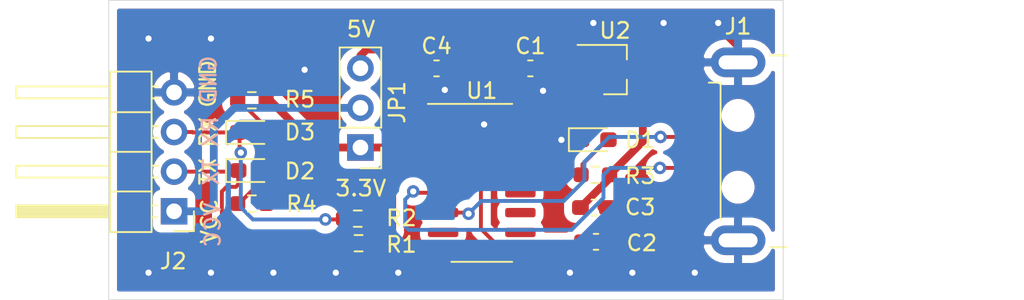
<source format=kicad_pcb>
(kicad_pcb (version 20171130) (host pcbnew "(5.1.10)-1")

  (general
    (thickness 1.6)
    (drawings 14)
    (tracks 158)
    (zones 0)
    (modules 17)
    (nets 15)
  )

  (page A4)
  (layers
    (0 F.Cu signal)
    (31 B.Cu signal)
    (32 B.Adhes user)
    (33 F.Adhes user)
    (34 B.Paste user)
    (35 F.Paste user)
    (36 B.SilkS user)
    (37 F.SilkS user)
    (38 B.Mask user)
    (39 F.Mask user)
    (40 Dwgs.User user)
    (41 Cmts.User user)
    (42 Eco1.User user)
    (43 Eco2.User user)
    (44 Edge.Cuts user)
    (45 Margin user)
    (46 B.CrtYd user)
    (47 F.CrtYd user)
    (48 B.Fab user)
    (49 F.Fab user)
  )

  (setup
    (last_trace_width 0.5)
    (user_trace_width 0.5)
    (trace_clearance 0.2)
    (zone_clearance 0.508)
    (zone_45_only no)
    (trace_min 0.2)
    (via_size 0.8)
    (via_drill 0.4)
    (via_min_size 0.4)
    (via_min_drill 0.3)
    (blind_buried_vias_allowed yes)
    (uvia_size 0.3)
    (uvia_drill 0.1)
    (uvias_allowed yes)
    (uvia_min_size 0.2)
    (uvia_min_drill 0.1)
    (edge_width 0.05)
    (segment_width 0.2)
    (pcb_text_width 0.3)
    (pcb_text_size 1.5 1.5)
    (mod_edge_width 0.12)
    (mod_text_size 1 1)
    (mod_text_width 0.15)
    (pad_size 1.524 1.524)
    (pad_drill 0.762)
    (pad_to_mask_clearance 0)
    (aux_axis_origin 0 0)
    (visible_elements 7FFFFFFF)
    (pcbplotparams
      (layerselection 0x010fc_ffffffff)
      (usegerberextensions false)
      (usegerberattributes false)
      (usegerberadvancedattributes false)
      (creategerberjobfile false)
      (excludeedgelayer true)
      (linewidth 0.100000)
      (plotframeref false)
      (viasonmask false)
      (mode 1)
      (useauxorigin false)
      (hpglpennumber 1)
      (hpglpenspeed 20)
      (hpglpendiameter 15.000000)
      (psnegative false)
      (psa4output false)
      (plotreference true)
      (plotvalue true)
      (plotinvisibletext false)
      (padsonsilk false)
      (subtractmaskfromsilk false)
      (outputformat 1)
      (mirror false)
      (drillshape 0)
      (scaleselection 1)
      (outputdirectory "gerber/"))
  )

  (net 0 "")
  (net 1 GND)
  (net 2 VBUS)
  (net 3 "Net-(J1-Pad2)")
  (net 4 "Net-(J1-Pad3)")
  (net 5 "Net-(C2-Pad1)")
  (net 6 /3.3V)
  (net 7 "Net-(D1-Pad2)")
  (net 8 "Net-(D2-Pad2)")
  (net 9 /TX)
  (net 10 "Net-(D3-Pad2)")
  (net 11 /RX)
  (net 12 "Net-(J2-Pad1)")
  (net 13 "Net-(R1-Pad2)")
  (net 14 "Net-(R2-Pad2)")

  (net_class Default "This is the default net class."
    (clearance 0.2)
    (trace_width 0.25)
    (via_dia 0.8)
    (via_drill 0.4)
    (uvia_dia 0.3)
    (uvia_drill 0.1)
    (add_net /3.3V)
    (add_net /RX)
    (add_net /TX)
    (add_net GND)
    (add_net "Net-(C2-Pad1)")
    (add_net "Net-(D1-Pad2)")
    (add_net "Net-(D2-Pad2)")
    (add_net "Net-(D3-Pad2)")
    (add_net "Net-(J1-Pad2)")
    (add_net "Net-(J1-Pad3)")
    (add_net "Net-(J2-Pad1)")
    (add_net "Net-(R1-Pad2)")
    (add_net "Net-(R2-Pad2)")
    (add_net VBUS)
  )

  (module Package_TO_SOT_SMD:SOT-23_Handsoldering (layer F.Cu) (tedit 5A0AB76C) (tstamp 60BAC092)
    (at 161.887 94.9883)
    (descr "SOT-23, Handsoldering")
    (tags SOT-23)
    (path /60BB3CE4)
    (attr smd)
    (fp_text reference U2 (at 0 -2.5) (layer F.SilkS)
      (effects (font (size 1 1) (thickness 0.15)))
    )
    (fp_text value 662K (at 0 2.5) (layer F.Fab)
      (effects (font (size 1 1) (thickness 0.15)))
    )
    (fp_line (start 0.76 1.58) (end -0.7 1.58) (layer F.SilkS) (width 0.12))
    (fp_line (start -0.7 1.52) (end 0.7 1.52) (layer F.Fab) (width 0.1))
    (fp_line (start 0.7 -1.52) (end 0.7 1.52) (layer F.Fab) (width 0.1))
    (fp_line (start -0.7 -0.95) (end -0.15 -1.52) (layer F.Fab) (width 0.1))
    (fp_line (start -0.15 -1.52) (end 0.7 -1.52) (layer F.Fab) (width 0.1))
    (fp_line (start -0.7 -0.95) (end -0.7 1.5) (layer F.Fab) (width 0.1))
    (fp_line (start 0.76 -1.58) (end -2.4 -1.58) (layer F.SilkS) (width 0.12))
    (fp_line (start -2.7 1.75) (end -2.7 -1.75) (layer F.CrtYd) (width 0.05))
    (fp_line (start 2.7 1.75) (end -2.7 1.75) (layer F.CrtYd) (width 0.05))
    (fp_line (start 2.7 -1.75) (end 2.7 1.75) (layer F.CrtYd) (width 0.05))
    (fp_line (start -2.7 -1.75) (end 2.7 -1.75) (layer F.CrtYd) (width 0.05))
    (fp_line (start 0.76 -1.58) (end 0.76 -0.65) (layer F.SilkS) (width 0.12))
    (fp_line (start 0.76 1.58) (end 0.76 0.65) (layer F.SilkS) (width 0.12))
    (fp_text user %R (at 0 0 90) (layer F.Fab)
      (effects (font (size 0.5 0.5) (thickness 0.075)))
    )
    (pad 3 smd rect (at 1.5 0) (size 1.9 0.8) (layers F.Cu F.Paste F.Mask)
      (net 2 VBUS))
    (pad 2 smd rect (at -1.5 0.95) (size 1.9 0.8) (layers F.Cu F.Paste F.Mask)
      (net 6 /3.3V))
    (pad 1 smd rect (at -1.5 -0.95) (size 1.9 0.8) (layers F.Cu F.Paste F.Mask)
      (net 1 GND))
    (model ${KISYS3DMOD}/Package_TO_SOT_SMD.3dshapes/SOT-23.wrl
      (at (xyz 0 0 0))
      (scale (xyz 1 1 1))
      (rotate (xyz 0 0 0))
    )
  )

  (module Resistor_SMD:R_0603_1608Metric_Pad0.98x0.95mm_HandSolder (layer F.Cu) (tedit 5F68FEEE) (tstamp 60BAC05B)
    (at 138.623 96.9543)
    (descr "Resistor SMD 0603 (1608 Metric), square (rectangular) end terminal, IPC_7351 nominal with elongated pad for handsoldering. (Body size source: IPC-SM-782 page 72, https://www.pcb-3d.com/wordpress/wp-content/uploads/ipc-sm-782a_amendment_1_and_2.pdf), generated with kicad-footprint-generator")
    (tags "resistor handsolder")
    (path /60BE60AC)
    (attr smd)
    (fp_text reference R5 (at 3.077 -0.0543) (layer F.SilkS)
      (effects (font (size 1 1) (thickness 0.15)))
    )
    (fp_text value 1K (at 0 1.43) (layer F.Fab)
      (effects (font (size 1 1) (thickness 0.15)))
    )
    (fp_line (start 1.65 0.73) (end -1.65 0.73) (layer F.CrtYd) (width 0.05))
    (fp_line (start 1.65 -0.73) (end 1.65 0.73) (layer F.CrtYd) (width 0.05))
    (fp_line (start -1.65 -0.73) (end 1.65 -0.73) (layer F.CrtYd) (width 0.05))
    (fp_line (start -1.65 0.73) (end -1.65 -0.73) (layer F.CrtYd) (width 0.05))
    (fp_line (start -0.254724 0.5225) (end 0.254724 0.5225) (layer F.SilkS) (width 0.12))
    (fp_line (start -0.254724 -0.5225) (end 0.254724 -0.5225) (layer F.SilkS) (width 0.12))
    (fp_line (start 0.8 0.4125) (end -0.8 0.4125) (layer F.Fab) (width 0.1))
    (fp_line (start 0.8 -0.4125) (end 0.8 0.4125) (layer F.Fab) (width 0.1))
    (fp_line (start -0.8 -0.4125) (end 0.8 -0.4125) (layer F.Fab) (width 0.1))
    (fp_line (start -0.8 0.4125) (end -0.8 -0.4125) (layer F.Fab) (width 0.1))
    (fp_text user %R (at 0 0) (layer F.Fab)
      (effects (font (size 0.4 0.4) (thickness 0.06)))
    )
    (pad 2 smd roundrect (at 0.9125 0) (size 0.975 0.95) (layers F.Cu F.Paste F.Mask) (roundrect_rratio 0.25)
      (net 6 /3.3V))
    (pad 1 smd roundrect (at -0.9125 0) (size 0.975 0.95) (layers F.Cu F.Paste F.Mask) (roundrect_rratio 0.25)
      (net 10 "Net-(D3-Pad2)"))
    (model ${KISYS3DMOD}/Resistor_SMD.3dshapes/R_0603_1608Metric.wrl
      (at (xyz 0 0 0))
      (scale (xyz 1 1 1))
      (rotate (xyz 0 0 0))
    )
  )

  (module Resistor_SMD:R_0603_1608Metric_Pad0.98x0.95mm_HandSolder (layer F.Cu) (tedit 5F68FEEE) (tstamp 60BAC04A)
    (at 138.623 103.571)
    (descr "Resistor SMD 0603 (1608 Metric), square (rectangular) end terminal, IPC_7351 nominal with elongated pad for handsoldering. (Body size source: IPC-SM-782 page 72, https://www.pcb-3d.com/wordpress/wp-content/uploads/ipc-sm-782a_amendment_1_and_2.pdf), generated with kicad-footprint-generator")
    (tags "resistor handsolder")
    (path /60BE54FB)
    (attr smd)
    (fp_text reference R4 (at 3.177 0.029) (layer F.SilkS)
      (effects (font (size 1 1) (thickness 0.15)))
    )
    (fp_text value 1K (at 0 1.43) (layer F.Fab)
      (effects (font (size 1 1) (thickness 0.15)))
    )
    (fp_line (start 1.65 0.73) (end -1.65 0.73) (layer F.CrtYd) (width 0.05))
    (fp_line (start 1.65 -0.73) (end 1.65 0.73) (layer F.CrtYd) (width 0.05))
    (fp_line (start -1.65 -0.73) (end 1.65 -0.73) (layer F.CrtYd) (width 0.05))
    (fp_line (start -1.65 0.73) (end -1.65 -0.73) (layer F.CrtYd) (width 0.05))
    (fp_line (start -0.254724 0.5225) (end 0.254724 0.5225) (layer F.SilkS) (width 0.12))
    (fp_line (start -0.254724 -0.5225) (end 0.254724 -0.5225) (layer F.SilkS) (width 0.12))
    (fp_line (start 0.8 0.4125) (end -0.8 0.4125) (layer F.Fab) (width 0.1))
    (fp_line (start 0.8 -0.4125) (end 0.8 0.4125) (layer F.Fab) (width 0.1))
    (fp_line (start -0.8 -0.4125) (end 0.8 -0.4125) (layer F.Fab) (width 0.1))
    (fp_line (start -0.8 0.4125) (end -0.8 -0.4125) (layer F.Fab) (width 0.1))
    (fp_text user %R (at 0 0) (layer F.Fab)
      (effects (font (size 0.4 0.4) (thickness 0.06)))
    )
    (pad 2 smd roundrect (at 0.9125 0) (size 0.975 0.95) (layers F.Cu F.Paste F.Mask) (roundrect_rratio 0.25)
      (net 6 /3.3V))
    (pad 1 smd roundrect (at -0.9125 0) (size 0.975 0.95) (layers F.Cu F.Paste F.Mask) (roundrect_rratio 0.25)
      (net 8 "Net-(D2-Pad2)"))
    (model ${KISYS3DMOD}/Resistor_SMD.3dshapes/R_0603_1608Metric.wrl
      (at (xyz 0 0 0))
      (scale (xyz 1 1 1))
      (rotate (xyz 0 0 0))
    )
  )

  (module Resistor_SMD:R_0603_1608Metric_Pad0.98x0.95mm_HandSolder (layer F.Cu) (tedit 5F68FEEE) (tstamp 60BAC039)
    (at 160.627 101.724)
    (descr "Resistor SMD 0603 (1608 Metric), square (rectangular) end terminal, IPC_7351 nominal with elongated pad for handsoldering. (Body size source: IPC-SM-782 page 72, https://www.pcb-3d.com/wordpress/wp-content/uploads/ipc-sm-782a_amendment_1_and_2.pdf), generated with kicad-footprint-generator")
    (tags "resistor handsolder")
    (path /60BDC4AB)
    (attr smd)
    (fp_text reference R3 (at 2.873 0.076) (layer F.SilkS)
      (effects (font (size 1 1) (thickness 0.15)))
    )
    (fp_text value 1K (at 0 1.43) (layer F.Fab)
      (effects (font (size 1 1) (thickness 0.15)))
    )
    (fp_line (start 1.65 0.73) (end -1.65 0.73) (layer F.CrtYd) (width 0.05))
    (fp_line (start 1.65 -0.73) (end 1.65 0.73) (layer F.CrtYd) (width 0.05))
    (fp_line (start -1.65 -0.73) (end 1.65 -0.73) (layer F.CrtYd) (width 0.05))
    (fp_line (start -1.65 0.73) (end -1.65 -0.73) (layer F.CrtYd) (width 0.05))
    (fp_line (start -0.254724 0.5225) (end 0.254724 0.5225) (layer F.SilkS) (width 0.12))
    (fp_line (start -0.254724 -0.5225) (end 0.254724 -0.5225) (layer F.SilkS) (width 0.12))
    (fp_line (start 0.8 0.4125) (end -0.8 0.4125) (layer F.Fab) (width 0.1))
    (fp_line (start 0.8 -0.4125) (end 0.8 0.4125) (layer F.Fab) (width 0.1))
    (fp_line (start -0.8 -0.4125) (end 0.8 -0.4125) (layer F.Fab) (width 0.1))
    (fp_line (start -0.8 0.4125) (end -0.8 -0.4125) (layer F.Fab) (width 0.1))
    (fp_text user %R (at 0 0) (layer F.Fab)
      (effects (font (size 0.4 0.4) (thickness 0.06)))
    )
    (pad 2 smd roundrect (at 0.9125 0) (size 0.975 0.95) (layers F.Cu F.Paste F.Mask) (roundrect_rratio 0.25)
      (net 2 VBUS))
    (pad 1 smd roundrect (at -0.9125 0) (size 0.975 0.95) (layers F.Cu F.Paste F.Mask) (roundrect_rratio 0.25)
      (net 7 "Net-(D1-Pad2)"))
    (model ${KISYS3DMOD}/Resistor_SMD.3dshapes/R_0603_1608Metric.wrl
      (at (xyz 0 0 0))
      (scale (xyz 1 1 1))
      (rotate (xyz 0 0 0))
    )
  )

  (module Resistor_SMD:R_0603_1608Metric_Pad0.98x0.95mm_HandSolder (layer F.Cu) (tedit 5F68FEEE) (tstamp 60BAC028)
    (at 145.405 104.538)
    (descr "Resistor SMD 0603 (1608 Metric), square (rectangular) end terminal, IPC_7351 nominal with elongated pad for handsoldering. (Body size source: IPC-SM-782 page 72, https://www.pcb-3d.com/wordpress/wp-content/uploads/ipc-sm-782a_amendment_1_and_2.pdf), generated with kicad-footprint-generator")
    (tags "resistor handsolder")
    (path /60BAADBE)
    (attr smd)
    (fp_text reference R2 (at 2.795 -0.038) (layer F.SilkS)
      (effects (font (size 1 1) (thickness 0.15)))
    )
    (fp_text value 200R (at 0 1.43) (layer F.Fab)
      (effects (font (size 1 1) (thickness 0.15)))
    )
    (fp_line (start 1.65 0.73) (end -1.65 0.73) (layer F.CrtYd) (width 0.05))
    (fp_line (start 1.65 -0.73) (end 1.65 0.73) (layer F.CrtYd) (width 0.05))
    (fp_line (start -1.65 -0.73) (end 1.65 -0.73) (layer F.CrtYd) (width 0.05))
    (fp_line (start -1.65 0.73) (end -1.65 -0.73) (layer F.CrtYd) (width 0.05))
    (fp_line (start -0.254724 0.5225) (end 0.254724 0.5225) (layer F.SilkS) (width 0.12))
    (fp_line (start -0.254724 -0.5225) (end 0.254724 -0.5225) (layer F.SilkS) (width 0.12))
    (fp_line (start 0.8 0.4125) (end -0.8 0.4125) (layer F.Fab) (width 0.1))
    (fp_line (start 0.8 -0.4125) (end 0.8 0.4125) (layer F.Fab) (width 0.1))
    (fp_line (start -0.8 -0.4125) (end 0.8 -0.4125) (layer F.Fab) (width 0.1))
    (fp_line (start -0.8 0.4125) (end -0.8 -0.4125) (layer F.Fab) (width 0.1))
    (fp_text user %R (at 0 0) (layer F.Fab)
      (effects (font (size 0.4 0.4) (thickness 0.06)))
    )
    (pad 2 smd roundrect (at 0.9125 0) (size 0.975 0.95) (layers F.Cu F.Paste F.Mask) (roundrect_rratio 0.25)
      (net 14 "Net-(R2-Pad2)"))
    (pad 1 smd roundrect (at -0.9125 0) (size 0.975 0.95) (layers F.Cu F.Paste F.Mask) (roundrect_rratio 0.25)
      (net 11 /RX))
    (model ${KISYS3DMOD}/Resistor_SMD.3dshapes/R_0603_1608Metric.wrl
      (at (xyz 0 0 0))
      (scale (xyz 1 1 1))
      (rotate (xyz 0 0 0))
    )
  )

  (module Resistor_SMD:R_0603_1608Metric_Pad0.98x0.95mm_HandSolder (layer F.Cu) (tedit 5F68FEEE) (tstamp 60BAE575)
    (at 145.458 106.111)
    (descr "Resistor SMD 0603 (1608 Metric), square (rectangular) end terminal, IPC_7351 nominal with elongated pad for handsoldering. (Body size source: IPC-SM-782 page 72, https://www.pcb-3d.com/wordpress/wp-content/uploads/ipc-sm-782a_amendment_1_and_2.pdf), generated with kicad-footprint-generator")
    (tags "resistor handsolder")
    (path /60BAA0E0)
    (attr smd)
    (fp_text reference R1 (at 2.742 0.089) (layer F.SilkS)
      (effects (font (size 1 1) (thickness 0.15)))
    )
    (fp_text value 200R (at 0 1.43) (layer F.Fab)
      (effects (font (size 1 1) (thickness 0.15)))
    )
    (fp_line (start 1.65 0.73) (end -1.65 0.73) (layer F.CrtYd) (width 0.05))
    (fp_line (start 1.65 -0.73) (end 1.65 0.73) (layer F.CrtYd) (width 0.05))
    (fp_line (start -1.65 -0.73) (end 1.65 -0.73) (layer F.CrtYd) (width 0.05))
    (fp_line (start -1.65 0.73) (end -1.65 -0.73) (layer F.CrtYd) (width 0.05))
    (fp_line (start -0.254724 0.5225) (end 0.254724 0.5225) (layer F.SilkS) (width 0.12))
    (fp_line (start -0.254724 -0.5225) (end 0.254724 -0.5225) (layer F.SilkS) (width 0.12))
    (fp_line (start 0.8 0.4125) (end -0.8 0.4125) (layer F.Fab) (width 0.1))
    (fp_line (start 0.8 -0.4125) (end 0.8 0.4125) (layer F.Fab) (width 0.1))
    (fp_line (start -0.8 -0.4125) (end 0.8 -0.4125) (layer F.Fab) (width 0.1))
    (fp_line (start -0.8 0.4125) (end -0.8 -0.4125) (layer F.Fab) (width 0.1))
    (fp_text user %R (at 0 0) (layer F.Fab)
      (effects (font (size 0.4 0.4) (thickness 0.06)))
    )
    (pad 2 smd roundrect (at 0.9125 0) (size 0.975 0.95) (layers F.Cu F.Paste F.Mask) (roundrect_rratio 0.25)
      (net 13 "Net-(R1-Pad2)"))
    (pad 1 smd roundrect (at -0.9125 0) (size 0.975 0.95) (layers F.Cu F.Paste F.Mask) (roundrect_rratio 0.25)
      (net 9 /TX))
    (model ${KISYS3DMOD}/Resistor_SMD.3dshapes/R_0603_1608Metric.wrl
      (at (xyz 0 0 0))
      (scale (xyz 1 1 1))
      (rotate (xyz 0 0 0))
    )
  )

  (module LED_SMD:LED_0603_1608Metric_Pad1.05x0.95mm_HandSolder (layer F.Cu) (tedit 5F68FEF1) (tstamp 60BABF6E)
    (at 138.623 99.0142)
    (descr "LED SMD 0603 (1608 Metric), square (rectangular) end terminal, IPC_7351 nominal, (Body size source: http://www.tortai-tech.com/upload/download/2011102023233369053.pdf), generated with kicad-footprint-generator")
    (tags "LED handsolder")
    (path /60BE60B2)
    (attr smd)
    (fp_text reference D3 (at 3.077 -0.0142) (layer F.SilkS)
      (effects (font (size 1 1) (thickness 0.15)))
    )
    (fp_text value "LED GREEN" (at 0 1.43) (layer F.Fab)
      (effects (font (size 1 1) (thickness 0.15)))
    )
    (fp_line (start 1.65 0.73) (end -1.65 0.73) (layer F.CrtYd) (width 0.05))
    (fp_line (start 1.65 -0.73) (end 1.65 0.73) (layer F.CrtYd) (width 0.05))
    (fp_line (start -1.65 -0.73) (end 1.65 -0.73) (layer F.CrtYd) (width 0.05))
    (fp_line (start -1.65 0.73) (end -1.65 -0.73) (layer F.CrtYd) (width 0.05))
    (fp_line (start -1.66 0.735) (end 0.8 0.735) (layer F.SilkS) (width 0.12))
    (fp_line (start -1.66 -0.735) (end -1.66 0.735) (layer F.SilkS) (width 0.12))
    (fp_line (start 0.8 -0.735) (end -1.66 -0.735) (layer F.SilkS) (width 0.12))
    (fp_line (start 0.8 0.4) (end 0.8 -0.4) (layer F.Fab) (width 0.1))
    (fp_line (start -0.8 0.4) (end 0.8 0.4) (layer F.Fab) (width 0.1))
    (fp_line (start -0.8 -0.1) (end -0.8 0.4) (layer F.Fab) (width 0.1))
    (fp_line (start -0.5 -0.4) (end -0.8 -0.1) (layer F.Fab) (width 0.1))
    (fp_line (start 0.8 -0.4) (end -0.5 -0.4) (layer F.Fab) (width 0.1))
    (fp_text user %R (at 0 0) (layer F.Fab)
      (effects (font (size 0.4 0.4) (thickness 0.06)))
    )
    (pad 2 smd roundrect (at 0.875 0) (size 1.05 0.95) (layers F.Cu F.Paste F.Mask) (roundrect_rratio 0.25)
      (net 10 "Net-(D3-Pad2)"))
    (pad 1 smd roundrect (at -0.875 0) (size 1.05 0.95) (layers F.Cu F.Paste F.Mask) (roundrect_rratio 0.25)
      (net 11 /RX))
    (model ${KISYS3DMOD}/LED_SMD.3dshapes/LED_0603_1608Metric.wrl
      (at (xyz 0 0 0))
      (scale (xyz 1 1 1))
      (rotate (xyz 0 0 0))
    )
  )

  (module LED_SMD:LED_0603_1608Metric_Pad1.05x0.95mm_HandSolder (layer F.Cu) (tedit 5F68FEF1) (tstamp 60BABF5B)
    (at 138.623 101.455)
    (descr "LED SMD 0603 (1608 Metric), square (rectangular) end terminal, IPC_7351 nominal, (Body size source: http://www.tortai-tech.com/upload/download/2011102023233369053.pdf), generated with kicad-footprint-generator")
    (tags "LED handsolder")
    (path /60BE5501)
    (attr smd)
    (fp_text reference D2 (at 3.077 0.045) (layer F.SilkS)
      (effects (font (size 1 1) (thickness 0.15)))
    )
    (fp_text value "LED GREEN" (at 0 1.43) (layer F.Fab)
      (effects (font (size 1 1) (thickness 0.15)))
    )
    (fp_line (start 1.65 0.73) (end -1.65 0.73) (layer F.CrtYd) (width 0.05))
    (fp_line (start 1.65 -0.73) (end 1.65 0.73) (layer F.CrtYd) (width 0.05))
    (fp_line (start -1.65 -0.73) (end 1.65 -0.73) (layer F.CrtYd) (width 0.05))
    (fp_line (start -1.65 0.73) (end -1.65 -0.73) (layer F.CrtYd) (width 0.05))
    (fp_line (start -1.66 0.735) (end 0.8 0.735) (layer F.SilkS) (width 0.12))
    (fp_line (start -1.66 -0.735) (end -1.66 0.735) (layer F.SilkS) (width 0.12))
    (fp_line (start 0.8 -0.735) (end -1.66 -0.735) (layer F.SilkS) (width 0.12))
    (fp_line (start 0.8 0.4) (end 0.8 -0.4) (layer F.Fab) (width 0.1))
    (fp_line (start -0.8 0.4) (end 0.8 0.4) (layer F.Fab) (width 0.1))
    (fp_line (start -0.8 -0.1) (end -0.8 0.4) (layer F.Fab) (width 0.1))
    (fp_line (start -0.5 -0.4) (end -0.8 -0.1) (layer F.Fab) (width 0.1))
    (fp_line (start 0.8 -0.4) (end -0.5 -0.4) (layer F.Fab) (width 0.1))
    (fp_text user %R (at 0 0) (layer F.Fab)
      (effects (font (size 0.4 0.4) (thickness 0.06)))
    )
    (pad 2 smd roundrect (at 0.875 0) (size 1.05 0.95) (layers F.Cu F.Paste F.Mask) (roundrect_rratio 0.25)
      (net 8 "Net-(D2-Pad2)"))
    (pad 1 smd roundrect (at -0.875 0) (size 1.05 0.95) (layers F.Cu F.Paste F.Mask) (roundrect_rratio 0.25)
      (net 9 /TX))
    (model ${KISYS3DMOD}/LED_SMD.3dshapes/LED_0603_1608Metric.wrl
      (at (xyz 0 0 0))
      (scale (xyz 1 1 1))
      (rotate (xyz 0 0 0))
    )
  )

  (module LED_SMD:LED_0603_1608Metric_Pad1.05x0.95mm_HandSolder (layer F.Cu) (tedit 5F68FEF1) (tstamp 60BABF48)
    (at 160.594 99.4791)
    (descr "LED SMD 0603 (1608 Metric), square (rectangular) end terminal, IPC_7351 nominal, (Body size source: http://www.tortai-tech.com/upload/download/2011102023233369053.pdf), generated with kicad-footprint-generator")
    (tags "LED handsolder")
    (path /60BDD7FE)
    (attr smd)
    (fp_text reference D1 (at 2.906 0.0209) (layer F.SilkS)
      (effects (font (size 1 1) (thickness 0.15)))
    )
    (fp_text value "LED RED" (at 0 1.43) (layer F.Fab)
      (effects (font (size 1 1) (thickness 0.15)))
    )
    (fp_line (start 1.65 0.73) (end -1.65 0.73) (layer F.CrtYd) (width 0.05))
    (fp_line (start 1.65 -0.73) (end 1.65 0.73) (layer F.CrtYd) (width 0.05))
    (fp_line (start -1.65 -0.73) (end 1.65 -0.73) (layer F.CrtYd) (width 0.05))
    (fp_line (start -1.65 0.73) (end -1.65 -0.73) (layer F.CrtYd) (width 0.05))
    (fp_line (start -1.66 0.735) (end 0.8 0.735) (layer F.SilkS) (width 0.12))
    (fp_line (start -1.66 -0.735) (end -1.66 0.735) (layer F.SilkS) (width 0.12))
    (fp_line (start 0.8 -0.735) (end -1.66 -0.735) (layer F.SilkS) (width 0.12))
    (fp_line (start 0.8 0.4) (end 0.8 -0.4) (layer F.Fab) (width 0.1))
    (fp_line (start -0.8 0.4) (end 0.8 0.4) (layer F.Fab) (width 0.1))
    (fp_line (start -0.8 -0.1) (end -0.8 0.4) (layer F.Fab) (width 0.1))
    (fp_line (start -0.5 -0.4) (end -0.8 -0.1) (layer F.Fab) (width 0.1))
    (fp_line (start 0.8 -0.4) (end -0.5 -0.4) (layer F.Fab) (width 0.1))
    (fp_text user %R (at 0 0) (layer F.Fab)
      (effects (font (size 0.4 0.4) (thickness 0.06)))
    )
    (pad 2 smd roundrect (at 0.875 0) (size 1.05 0.95) (layers F.Cu F.Paste F.Mask) (roundrect_rratio 0.25)
      (net 7 "Net-(D1-Pad2)"))
    (pad 1 smd roundrect (at -0.875 0) (size 1.05 0.95) (layers F.Cu F.Paste F.Mask) (roundrect_rratio 0.25)
      (net 1 GND))
    (model ${KISYS3DMOD}/LED_SMD.3dshapes/LED_0603_1608Metric.wrl
      (at (xyz 0 0 0))
      (scale (xyz 1 1 1))
      (rotate (xyz 0 0 0))
    )
  )

  (module Capacitor_SMD:C_0603_1608Metric_Pad1.08x0.95mm_HandSolder (layer F.Cu) (tedit 5F68FEEF) (tstamp 60BABF35)
    (at 150.452 94.9096)
    (descr "Capacitor SMD 0603 (1608 Metric), square (rectangular) end terminal, IPC_7351 nominal with elongated pad for handsoldering. (Body size source: IPC-SM-782 page 76, https://www.pcb-3d.com/wordpress/wp-content/uploads/ipc-sm-782a_amendment_1_and_2.pdf), generated with kicad-footprint-generator")
    (tags "capacitor handsolder")
    (path /60BBFC24)
    (attr smd)
    (fp_text reference C4 (at 0 -1.43) (layer F.SilkS)
      (effects (font (size 1 1) (thickness 0.15)))
    )
    (fp_text value 1uF (at 0 1.43) (layer F.Fab)
      (effects (font (size 1 1) (thickness 0.15)))
    )
    (fp_line (start 1.65 0.73) (end -1.65 0.73) (layer F.CrtYd) (width 0.05))
    (fp_line (start 1.65 -0.73) (end 1.65 0.73) (layer F.CrtYd) (width 0.05))
    (fp_line (start -1.65 -0.73) (end 1.65 -0.73) (layer F.CrtYd) (width 0.05))
    (fp_line (start -1.65 0.73) (end -1.65 -0.73) (layer F.CrtYd) (width 0.05))
    (fp_line (start -0.146267 0.51) (end 0.146267 0.51) (layer F.SilkS) (width 0.12))
    (fp_line (start -0.146267 -0.51) (end 0.146267 -0.51) (layer F.SilkS) (width 0.12))
    (fp_line (start 0.8 0.4) (end -0.8 0.4) (layer F.Fab) (width 0.1))
    (fp_line (start 0.8 -0.4) (end 0.8 0.4) (layer F.Fab) (width 0.1))
    (fp_line (start -0.8 -0.4) (end 0.8 -0.4) (layer F.Fab) (width 0.1))
    (fp_line (start -0.8 0.4) (end -0.8 -0.4) (layer F.Fab) (width 0.1))
    (fp_text user %R (at 0 0) (layer F.Fab)
      (effects (font (size 0.4 0.4) (thickness 0.06)))
    )
    (pad 2 smd roundrect (at 0.8625 0) (size 1.075 0.95) (layers F.Cu F.Paste F.Mask) (roundrect_rratio 0.25)
      (net 1 GND))
    (pad 1 smd roundrect (at -0.8625 0) (size 1.075 0.95) (layers F.Cu F.Paste F.Mask) (roundrect_rratio 0.25)
      (net 6 /3.3V))
    (model ${KISYS3DMOD}/Capacitor_SMD.3dshapes/C_0603_1608Metric.wrl
      (at (xyz 0 0 0))
      (scale (xyz 1 1 1))
      (rotate (xyz 0 0 0))
    )
  )

  (module Capacitor_SMD:C_0603_1608Metric_Pad1.08x0.95mm_HandSolder (layer F.Cu) (tedit 5F68FEEF) (tstamp 60BABF24)
    (at 160.535 103.827)
    (descr "Capacitor SMD 0603 (1608 Metric), square (rectangular) end terminal, IPC_7351 nominal with elongated pad for handsoldering. (Body size source: IPC-SM-782 page 76, https://www.pcb-3d.com/wordpress/wp-content/uploads/ipc-sm-782a_amendment_1_and_2.pdf), generated with kicad-footprint-generator")
    (tags "capacitor handsolder")
    (path /60BBAD9B)
    (attr smd)
    (fp_text reference C3 (at 2.965 -0.027) (layer F.SilkS)
      (effects (font (size 1 1) (thickness 0.15)))
    )
    (fp_text value 1uF (at 0 1.43) (layer F.Fab)
      (effects (font (size 1 1) (thickness 0.15)))
    )
    (fp_line (start 1.65 0.73) (end -1.65 0.73) (layer F.CrtYd) (width 0.05))
    (fp_line (start 1.65 -0.73) (end 1.65 0.73) (layer F.CrtYd) (width 0.05))
    (fp_line (start -1.65 -0.73) (end 1.65 -0.73) (layer F.CrtYd) (width 0.05))
    (fp_line (start -1.65 0.73) (end -1.65 -0.73) (layer F.CrtYd) (width 0.05))
    (fp_line (start -0.146267 0.51) (end 0.146267 0.51) (layer F.SilkS) (width 0.12))
    (fp_line (start -0.146267 -0.51) (end 0.146267 -0.51) (layer F.SilkS) (width 0.12))
    (fp_line (start 0.8 0.4) (end -0.8 0.4) (layer F.Fab) (width 0.1))
    (fp_line (start 0.8 -0.4) (end 0.8 0.4) (layer F.Fab) (width 0.1))
    (fp_line (start -0.8 -0.4) (end 0.8 -0.4) (layer F.Fab) (width 0.1))
    (fp_line (start -0.8 0.4) (end -0.8 -0.4) (layer F.Fab) (width 0.1))
    (fp_text user %R (at 0 0) (layer F.Fab)
      (effects (font (size 0.4 0.4) (thickness 0.06)))
    )
    (pad 2 smd roundrect (at 0.8625 0) (size 1.075 0.95) (layers F.Cu F.Paste F.Mask) (roundrect_rratio 0.25)
      (net 1 GND))
    (pad 1 smd roundrect (at -0.8625 0) (size 1.075 0.95) (layers F.Cu F.Paste F.Mask) (roundrect_rratio 0.25)
      (net 2 VBUS))
    (model ${KISYS3DMOD}/Capacitor_SMD.3dshapes/C_0603_1608Metric.wrl
      (at (xyz 0 0 0))
      (scale (xyz 1 1 1))
      (rotate (xyz 0 0 0))
    )
  )

  (module Capacitor_SMD:C_0603_1608Metric_Pad1.08x0.95mm_HandSolder (layer F.Cu) (tedit 5F68FEEF) (tstamp 60BABF13)
    (at 160.672 106.022)
    (descr "Capacitor SMD 0603 (1608 Metric), square (rectangular) end terminal, IPC_7351 nominal with elongated pad for handsoldering. (Body size source: IPC-SM-782 page 76, https://www.pcb-3d.com/wordpress/wp-content/uploads/ipc-sm-782a_amendment_1_and_2.pdf), generated with kicad-footprint-generator")
    (tags "capacitor handsolder")
    (path /60B2D9A5)
    (attr smd)
    (fp_text reference C2 (at 2.928 0.078) (layer F.SilkS)
      (effects (font (size 1 1) (thickness 0.15)))
    )
    (fp_text value 0.1uF (at 0 1.43) (layer F.Fab)
      (effects (font (size 1 1) (thickness 0.15)))
    )
    (fp_line (start 1.65 0.73) (end -1.65 0.73) (layer F.CrtYd) (width 0.05))
    (fp_line (start 1.65 -0.73) (end 1.65 0.73) (layer F.CrtYd) (width 0.05))
    (fp_line (start -1.65 -0.73) (end 1.65 -0.73) (layer F.CrtYd) (width 0.05))
    (fp_line (start -1.65 0.73) (end -1.65 -0.73) (layer F.CrtYd) (width 0.05))
    (fp_line (start -0.146267 0.51) (end 0.146267 0.51) (layer F.SilkS) (width 0.12))
    (fp_line (start -0.146267 -0.51) (end 0.146267 -0.51) (layer F.SilkS) (width 0.12))
    (fp_line (start 0.8 0.4) (end -0.8 0.4) (layer F.Fab) (width 0.1))
    (fp_line (start 0.8 -0.4) (end 0.8 0.4) (layer F.Fab) (width 0.1))
    (fp_line (start -0.8 -0.4) (end 0.8 -0.4) (layer F.Fab) (width 0.1))
    (fp_line (start -0.8 0.4) (end -0.8 -0.4) (layer F.Fab) (width 0.1))
    (fp_text user %R (at 0 0) (layer F.Fab)
      (effects (font (size 0.4 0.4) (thickness 0.06)))
    )
    (pad 2 smd roundrect (at 0.8625 0) (size 1.075 0.95) (layers F.Cu F.Paste F.Mask) (roundrect_rratio 0.25)
      (net 1 GND))
    (pad 1 smd roundrect (at -0.8625 0) (size 1.075 0.95) (layers F.Cu F.Paste F.Mask) (roundrect_rratio 0.25)
      (net 5 "Net-(C2-Pad1)"))
    (model ${KISYS3DMOD}/Capacitor_SMD.3dshapes/C_0603_1608Metric.wrl
      (at (xyz 0 0 0))
      (scale (xyz 1 1 1))
      (rotate (xyz 0 0 0))
    )
  )

  (module Capacitor_SMD:C_0603_1608Metric_Pad1.08x0.95mm_HandSolder (layer F.Cu) (tedit 5F68FEEF) (tstamp 60BABF02)
    (at 156.464 94.9096)
    (descr "Capacitor SMD 0603 (1608 Metric), square (rectangular) end terminal, IPC_7351 nominal with elongated pad for handsoldering. (Body size source: IPC-SM-782 page 76, https://www.pcb-3d.com/wordpress/wp-content/uploads/ipc-sm-782a_amendment_1_and_2.pdf), generated with kicad-footprint-generator")
    (tags "capacitor handsolder")
    (path /60B2C43B)
    (attr smd)
    (fp_text reference C1 (at 0 -1.43) (layer F.SilkS)
      (effects (font (size 1 1) (thickness 0.15)))
    )
    (fp_text value 0.1uF (at 0 1.43) (layer F.Fab)
      (effects (font (size 1 1) (thickness 0.15)))
    )
    (fp_line (start 1.65 0.73) (end -1.65 0.73) (layer F.CrtYd) (width 0.05))
    (fp_line (start 1.65 -0.73) (end 1.65 0.73) (layer F.CrtYd) (width 0.05))
    (fp_line (start -1.65 -0.73) (end 1.65 -0.73) (layer F.CrtYd) (width 0.05))
    (fp_line (start -1.65 0.73) (end -1.65 -0.73) (layer F.CrtYd) (width 0.05))
    (fp_line (start -0.146267 0.51) (end 0.146267 0.51) (layer F.SilkS) (width 0.12))
    (fp_line (start -0.146267 -0.51) (end 0.146267 -0.51) (layer F.SilkS) (width 0.12))
    (fp_line (start 0.8 0.4) (end -0.8 0.4) (layer F.Fab) (width 0.1))
    (fp_line (start 0.8 -0.4) (end 0.8 0.4) (layer F.Fab) (width 0.1))
    (fp_line (start -0.8 -0.4) (end 0.8 -0.4) (layer F.Fab) (width 0.1))
    (fp_line (start -0.8 0.4) (end -0.8 -0.4) (layer F.Fab) (width 0.1))
    (fp_text user %R (at 0 0) (layer F.Fab)
      (effects (font (size 0.4 0.4) (thickness 0.06)))
    )
    (pad 2 smd roundrect (at 0.8625 0) (size 1.075 0.95) (layers F.Cu F.Paste F.Mask) (roundrect_rratio 0.25)
      (net 1 GND))
    (pad 1 smd roundrect (at -0.8625 0) (size 1.075 0.95) (layers F.Cu F.Paste F.Mask) (roundrect_rratio 0.25)
      (net 2 VBUS))
    (model ${KISYS3DMOD}/Capacitor_SMD.3dshapes/C_0603_1608Metric.wrl
      (at (xyz 0 0 0))
      (scale (xyz 1 1 1))
      (rotate (xyz 0 0 0))
    )
  )

  (module Connector_USB:USB_A_CNCTech_1001-011-01101_Horizontal (layer F.Cu) (tedit 5E754393) (tstamp 60BABFA2)
    (at 176.672 100.223)
    (descr "USB type A Plug, Horizontal, http://cnctech.us/pdfs/1001-011-01101.pdf")
    (tags USB-A)
    (path /60B6528F)
    (attr smd)
    (fp_text reference J1 (at -6.9 -8) (layer F.SilkS)
      (effects (font (size 1 1) (thickness 0.15)))
    )
    (fp_text value USB_A (at 0 8 180) (layer F.Fab)
      (effects (font (size 1 1) (thickness 0.15)))
    )
    (fp_line (start -7.25 -4) (end -7.25 -3.05) (layer F.Fab) (width 0.1))
    (fp_line (start -7.75 -3.5) (end -7.25 -4) (layer F.Fab) (width 0.1))
    (fp_line (start -7.75 -3.5) (end -7.25 -3) (layer F.Fab) (width 0.1))
    (fp_line (start -8.02 -4.4) (end -8.775 -4.4) (layer F.SilkS) (width 0.12))
    (fp_line (start -11.4 4.55) (end -9.15 4.55) (layer F.CrtYd) (width 0.05))
    (fp_line (start -9.15 4.55) (end -9.15 7.15) (layer F.CrtYd) (width 0.05))
    (fp_line (start -9.15 7.15) (end -4.65 7.15) (layer F.CrtYd) (width 0.05))
    (fp_line (start -4.65 7.15) (end -4.65 6.52) (layer F.CrtYd) (width 0.05))
    (fp_line (start -4.65 6.52) (end 11.4 6.52) (layer F.CrtYd) (width 0.05))
    (fp_line (start 11.4 6.52) (end 11.4 -6.52) (layer F.CrtYd) (width 0.05))
    (fp_line (start -4.65 -6.52) (end 11.4 -6.52) (layer F.CrtYd) (width 0.05))
    (fp_line (start -4.65 -6.52) (end -4.65 -7.15) (layer F.CrtYd) (width 0.05))
    (fp_line (start -9.15 -7.15) (end -4.65 -7.15) (layer F.CrtYd) (width 0.05))
    (fp_line (start -9.15 -7.15) (end -9.15 -4.55) (layer F.CrtYd) (width 0.05))
    (fp_line (start -11.4 -4.55) (end -9.15 -4.55) (layer F.CrtYd) (width 0.05))
    (fp_line (start -11.4 4.55) (end -11.4 -4.55) (layer F.CrtYd) (width 0.05))
    (fp_line (start -4.85 6.145) (end -3.8 6.145) (layer F.SilkS) (width 0.12))
    (fp_line (start -4.85 -6.145) (end -3.8 -6.145) (layer F.SilkS) (width 0.12))
    (fp_line (start -3.8 6.025) (end -3.8 -6.025) (layer Dwgs.User) (width 0.1))
    (fp_line (start -8.02 -4.4) (end -8.02 4.4) (layer F.SilkS) (width 0.12))
    (fp_circle (center -6.9 2.3) (end -6.9 2.8) (layer F.Fab) (width 0.1))
    (fp_circle (center -6.9 -2.3) (end -6.9 -2.8) (layer F.Fab) (width 0.1))
    (fp_line (start -10.4 -3.25) (end -7.9 -3.25) (layer F.Fab) (width 0.1))
    (fp_line (start -10.4 -3.25) (end -10.4 -3.75) (layer F.Fab) (width 0.1))
    (fp_line (start -10.4 -3.75) (end -7.9 -3.75) (layer F.Fab) (width 0.1))
    (fp_line (start -10.4 -1.25) (end -7.9 -1.25) (layer F.Fab) (width 0.1))
    (fp_line (start -10.4 -0.75) (end -7.9 -0.75) (layer F.Fab) (width 0.1))
    (fp_line (start -10.4 -0.75) (end -10.4 -1.25) (layer F.Fab) (width 0.1))
    (fp_line (start -10.4 1.25) (end -7.9 1.25) (layer F.Fab) (width 0.1))
    (fp_line (start -10.4 1.25) (end -10.4 0.75) (layer F.Fab) (width 0.1))
    (fp_line (start -10.4 0.75) (end -7.9 0.75) (layer F.Fab) (width 0.1))
    (fp_line (start -10.4 3.75) (end -7.9 3.75) (layer F.Fab) (width 0.1))
    (fp_line (start -10.4 3.25) (end -7.9 3.25) (layer F.Fab) (width 0.1))
    (fp_line (start -10.4 3.75) (end -10.4 3.25) (layer F.Fab) (width 0.1))
    (fp_line (start 10.9 6.025) (end 10.9 -6.025) (layer F.Fab) (width 0.1))
    (fp_line (start -7.9 6.025) (end 10.9 6.025) (layer F.Fab) (width 0.1))
    (fp_line (start -7.9 -6.025) (end 10.9 -6.025) (layer F.Fab) (width 0.1))
    (fp_line (start -7.9 6.025) (end -7.9 -6.025) (layer F.Fab) (width 0.1))
    (fp_text user "PCB Edge" (at -4.55 -0.05 90) (layer Dwgs.User)
      (effects (font (size 0.6 0.6) (thickness 0.09)))
    )
    (fp_text user %R (at -6 0 90) (layer F.Fab)
      (effects (font (size 1 1) (thickness 0.15)))
    )
    (pad 2 smd rect (at -9.65 -1) (size 2.5 1.1) (layers F.Cu F.Paste F.Mask)
      (net 3 "Net-(J1-Pad2)"))
    (pad 3 smd rect (at -9.65 1) (size 2.5 1.1) (layers F.Cu F.Paste F.Mask)
      (net 4 "Net-(J1-Pad3)"))
    (pad 1 smd rect (at -9.65 -3.5) (size 2.5 1.1) (layers F.Cu F.Paste F.Mask)
      (net 2 VBUS))
    (pad 4 smd rect (at -9.65 3.5) (size 2.5 1.1) (layers F.Cu F.Paste F.Mask)
      (net 1 GND))
    (pad 5 thru_hole oval (at -6.9 -5.7) (size 3.5 1.9) (drill oval 2.5 0.9) (layers *.Cu *.Mask)
      (net 1 GND))
    (pad 5 thru_hole oval (at -6.9 5.7) (size 3.5 1.9) (drill oval 2.5 0.9) (layers *.Cu *.Mask)
      (net 1 GND))
    (pad "" np_thru_hole circle (at -6.9 -2.3) (size 1.1 1.1) (drill 1.1) (layers *.Cu *.Mask))
    (pad "" np_thru_hole circle (at -6.9 2.3) (size 1.1 1.1) (drill 1.1) (layers *.Cu *.Mask))
    (model ${KISYS3DMOD}/Connector_USB.3dshapes/USB_A_CNCTech_1001-011-01101_Horizontal.wrl
      (at (xyz 0 0 0))
      (scale (xyz 1 1 1))
      (rotate (xyz 0 0 0))
    )
  )

  (module Connector_PinHeader_2.54mm:PinHeader_1x04_P2.54mm_Horizontal (layer F.Cu) (tedit 59FED5CB) (tstamp 60BABFEF)
    (at 133.637 104.066 180)
    (descr "Through hole angled pin header, 1x04, 2.54mm pitch, 6mm pin length, single row")
    (tags "Through hole angled pin header THT 1x04 2.54mm single row")
    (path /60B3EC68)
    (fp_text reference J2 (at 0.05586 -3.19566) (layer F.SilkS)
      (effects (font (size 1 1) (thickness 0.15)))
    )
    (fp_text value Conn_01x04_Male (at 4.385 9.89) (layer F.Fab)
      (effects (font (size 1 1) (thickness 0.15)))
    )
    (fp_line (start 10.55 -1.8) (end -1.8 -1.8) (layer F.CrtYd) (width 0.05))
    (fp_line (start 10.55 9.4) (end 10.55 -1.8) (layer F.CrtYd) (width 0.05))
    (fp_line (start -1.8 9.4) (end 10.55 9.4) (layer F.CrtYd) (width 0.05))
    (fp_line (start -1.8 -1.8) (end -1.8 9.4) (layer F.CrtYd) (width 0.05))
    (fp_line (start -1.27 -1.27) (end 0 -1.27) (layer F.SilkS) (width 0.12))
    (fp_line (start -1.27 0) (end -1.27 -1.27) (layer F.SilkS) (width 0.12))
    (fp_line (start 1.042929 8) (end 1.44 8) (layer F.SilkS) (width 0.12))
    (fp_line (start 1.042929 7.24) (end 1.44 7.24) (layer F.SilkS) (width 0.12))
    (fp_line (start 10.1 8) (end 4.1 8) (layer F.SilkS) (width 0.12))
    (fp_line (start 10.1 7.24) (end 10.1 8) (layer F.SilkS) (width 0.12))
    (fp_line (start 4.1 7.24) (end 10.1 7.24) (layer F.SilkS) (width 0.12))
    (fp_line (start 1.44 6.35) (end 4.1 6.35) (layer F.SilkS) (width 0.12))
    (fp_line (start 1.042929 5.46) (end 1.44 5.46) (layer F.SilkS) (width 0.12))
    (fp_line (start 1.042929 4.7) (end 1.44 4.7) (layer F.SilkS) (width 0.12))
    (fp_line (start 10.1 5.46) (end 4.1 5.46) (layer F.SilkS) (width 0.12))
    (fp_line (start 10.1 4.7) (end 10.1 5.46) (layer F.SilkS) (width 0.12))
    (fp_line (start 4.1 4.7) (end 10.1 4.7) (layer F.SilkS) (width 0.12))
    (fp_line (start 1.44 3.81) (end 4.1 3.81) (layer F.SilkS) (width 0.12))
    (fp_line (start 1.042929 2.92) (end 1.44 2.92) (layer F.SilkS) (width 0.12))
    (fp_line (start 1.042929 2.16) (end 1.44 2.16) (layer F.SilkS) (width 0.12))
    (fp_line (start 10.1 2.92) (end 4.1 2.92) (layer F.SilkS) (width 0.12))
    (fp_line (start 10.1 2.16) (end 10.1 2.92) (layer F.SilkS) (width 0.12))
    (fp_line (start 4.1 2.16) (end 10.1 2.16) (layer F.SilkS) (width 0.12))
    (fp_line (start 1.44 1.27) (end 4.1 1.27) (layer F.SilkS) (width 0.12))
    (fp_line (start 1.11 0.38) (end 1.44 0.38) (layer F.SilkS) (width 0.12))
    (fp_line (start 1.11 -0.38) (end 1.44 -0.38) (layer F.SilkS) (width 0.12))
    (fp_line (start 4.1 0.28) (end 10.1 0.28) (layer F.SilkS) (width 0.12))
    (fp_line (start 4.1 0.16) (end 10.1 0.16) (layer F.SilkS) (width 0.12))
    (fp_line (start 4.1 0.04) (end 10.1 0.04) (layer F.SilkS) (width 0.12))
    (fp_line (start 4.1 -0.08) (end 10.1 -0.08) (layer F.SilkS) (width 0.12))
    (fp_line (start 4.1 -0.2) (end 10.1 -0.2) (layer F.SilkS) (width 0.12))
    (fp_line (start 4.1 -0.32) (end 10.1 -0.32) (layer F.SilkS) (width 0.12))
    (fp_line (start 10.1 0.38) (end 4.1 0.38) (layer F.SilkS) (width 0.12))
    (fp_line (start 10.1 -0.38) (end 10.1 0.38) (layer F.SilkS) (width 0.12))
    (fp_line (start 4.1 -0.38) (end 10.1 -0.38) (layer F.SilkS) (width 0.12))
    (fp_line (start 4.1 -1.33) (end 1.44 -1.33) (layer F.SilkS) (width 0.12))
    (fp_line (start 4.1 8.95) (end 4.1 -1.33) (layer F.SilkS) (width 0.12))
    (fp_line (start 1.44 8.95) (end 4.1 8.95) (layer F.SilkS) (width 0.12))
    (fp_line (start 1.44 -1.33) (end 1.44 8.95) (layer F.SilkS) (width 0.12))
    (fp_line (start 4.04 7.94) (end 10.04 7.94) (layer F.Fab) (width 0.1))
    (fp_line (start 10.04 7.3) (end 10.04 7.94) (layer F.Fab) (width 0.1))
    (fp_line (start 4.04 7.3) (end 10.04 7.3) (layer F.Fab) (width 0.1))
    (fp_line (start -0.32 7.94) (end 1.5 7.94) (layer F.Fab) (width 0.1))
    (fp_line (start -0.32 7.3) (end -0.32 7.94) (layer F.Fab) (width 0.1))
    (fp_line (start -0.32 7.3) (end 1.5 7.3) (layer F.Fab) (width 0.1))
    (fp_line (start 4.04 5.4) (end 10.04 5.4) (layer F.Fab) (width 0.1))
    (fp_line (start 10.04 4.76) (end 10.04 5.4) (layer F.Fab) (width 0.1))
    (fp_line (start 4.04 4.76) (end 10.04 4.76) (layer F.Fab) (width 0.1))
    (fp_line (start -0.32 5.4) (end 1.5 5.4) (layer F.Fab) (width 0.1))
    (fp_line (start -0.32 4.76) (end -0.32 5.4) (layer F.Fab) (width 0.1))
    (fp_line (start -0.32 4.76) (end 1.5 4.76) (layer F.Fab) (width 0.1))
    (fp_line (start 4.04 2.86) (end 10.04 2.86) (layer F.Fab) (width 0.1))
    (fp_line (start 10.04 2.22) (end 10.04 2.86) (layer F.Fab) (width 0.1))
    (fp_line (start 4.04 2.22) (end 10.04 2.22) (layer F.Fab) (width 0.1))
    (fp_line (start -0.32 2.86) (end 1.5 2.86) (layer F.Fab) (width 0.1))
    (fp_line (start -0.32 2.22) (end -0.32 2.86) (layer F.Fab) (width 0.1))
    (fp_line (start -0.32 2.22) (end 1.5 2.22) (layer F.Fab) (width 0.1))
    (fp_line (start 4.04 0.32) (end 10.04 0.32) (layer F.Fab) (width 0.1))
    (fp_line (start 10.04 -0.32) (end 10.04 0.32) (layer F.Fab) (width 0.1))
    (fp_line (start 4.04 -0.32) (end 10.04 -0.32) (layer F.Fab) (width 0.1))
    (fp_line (start -0.32 0.32) (end 1.5 0.32) (layer F.Fab) (width 0.1))
    (fp_line (start -0.32 -0.32) (end -0.32 0.32) (layer F.Fab) (width 0.1))
    (fp_line (start -0.32 -0.32) (end 1.5 -0.32) (layer F.Fab) (width 0.1))
    (fp_line (start 1.5 -0.635) (end 2.135 -1.27) (layer F.Fab) (width 0.1))
    (fp_line (start 1.5 8.89) (end 1.5 -0.635) (layer F.Fab) (width 0.1))
    (fp_line (start 4.04 8.89) (end 1.5 8.89) (layer F.Fab) (width 0.1))
    (fp_line (start 4.04 -1.27) (end 4.04 8.89) (layer F.Fab) (width 0.1))
    (fp_line (start 2.135 -1.27) (end 4.04 -1.27) (layer F.Fab) (width 0.1))
    (fp_text user %R (at 2.77 3.81 180) (layer F.Fab)
      (effects (font (size 1 1) (thickness 0.15)))
    )
    (pad 1 thru_hole rect (at 0 0 180) (size 1.7 1.7) (drill 1) (layers *.Cu *.Mask)
      (net 12 "Net-(J2-Pad1)"))
    (pad 2 thru_hole oval (at 0 2.54 180) (size 1.7 1.7) (drill 1) (layers *.Cu *.Mask)
      (net 9 /TX))
    (pad 3 thru_hole oval (at 0 5.08 180) (size 1.7 1.7) (drill 1) (layers *.Cu *.Mask)
      (net 11 /RX))
    (pad 4 thru_hole oval (at 0 7.62 180) (size 1.7 1.7) (drill 1) (layers *.Cu *.Mask)
      (net 1 GND))
    (model ${KISYS3DMOD}/Connector_PinHeader_2.54mm.3dshapes/PinHeader_1x04_P2.54mm_Horizontal.wrl
      (at (xyz 0 0 0))
      (scale (xyz 1 1 1))
      (rotate (xyz 0 0 0))
    )
  )

  (module Connector_PinHeader_2.54mm:PinHeader_1x03_P2.54mm_Vertical (layer F.Cu) (tedit 59FED5CC) (tstamp 60BAC006)
    (at 145.577 99.9794 180)
    (descr "Through hole straight pin header, 1x03, 2.54mm pitch, single row")
    (tags "Through hole pin header THT 1x03 2.54mm single row")
    (path /60BC493D)
    (fp_text reference JP1 (at -2.35204 2.8956 90) (layer F.SilkS)
      (effects (font (size 1 1) (thickness 0.15)))
    )
    (fp_text value Jumper_3_Bridged12 (at 0 7.41) (layer F.Fab)
      (effects (font (size 1 1) (thickness 0.15)))
    )
    (fp_line (start 1.8 -1.8) (end -1.8 -1.8) (layer F.CrtYd) (width 0.05))
    (fp_line (start 1.8 6.85) (end 1.8 -1.8) (layer F.CrtYd) (width 0.05))
    (fp_line (start -1.8 6.85) (end 1.8 6.85) (layer F.CrtYd) (width 0.05))
    (fp_line (start -1.8 -1.8) (end -1.8 6.85) (layer F.CrtYd) (width 0.05))
    (fp_line (start -1.33 -1.33) (end 0 -1.33) (layer F.SilkS) (width 0.12))
    (fp_line (start -1.33 0) (end -1.33 -1.33) (layer F.SilkS) (width 0.12))
    (fp_line (start -1.33 1.27) (end 1.33 1.27) (layer F.SilkS) (width 0.12))
    (fp_line (start 1.33 1.27) (end 1.33 6.41) (layer F.SilkS) (width 0.12))
    (fp_line (start -1.33 1.27) (end -1.33 6.41) (layer F.SilkS) (width 0.12))
    (fp_line (start -1.33 6.41) (end 1.33 6.41) (layer F.SilkS) (width 0.12))
    (fp_line (start -1.27 -0.635) (end -0.635 -1.27) (layer F.Fab) (width 0.1))
    (fp_line (start -1.27 6.35) (end -1.27 -0.635) (layer F.Fab) (width 0.1))
    (fp_line (start 1.27 6.35) (end -1.27 6.35) (layer F.Fab) (width 0.1))
    (fp_line (start 1.27 -1.27) (end 1.27 6.35) (layer F.Fab) (width 0.1))
    (fp_line (start -0.635 -1.27) (end 1.27 -1.27) (layer F.Fab) (width 0.1))
    (fp_text user %R (at 0 2.54 90) (layer F.Fab)
      (effects (font (size 1 1) (thickness 0.15)))
    )
    (pad 1 thru_hole rect (at 0 0 180) (size 1.7 1.7) (drill 1) (layers *.Cu *.Mask)
      (net 6 /3.3V))
    (pad 2 thru_hole oval (at 0 2.54 180) (size 1.7 1.7) (drill 1) (layers *.Cu *.Mask)
      (net 12 "Net-(J2-Pad1)"))
    (pad 3 thru_hole oval (at 0 5.08 180) (size 1.7 1.7) (drill 1) (layers *.Cu *.Mask)
      (net 2 VBUS))
    (model ${KISYS3DMOD}/Connector_PinHeader_2.54mm.3dshapes/PinHeader_1x03_P2.54mm_Vertical.wrl
      (at (xyz 0 0 0))
      (scale (xyz 1 1 1))
      (rotate (xyz 0 0 0))
    )
  )

  (module Package_SO:SOIC-16_3.9x9.9mm_P1.27mm (layer F.Cu) (tedit 5D9F72B1) (tstamp 60BAC07D)
    (at 153.35 102.245)
    (descr "SOIC, 16 Pin (JEDEC MS-012AC, https://www.analog.com/media/en/package-pcb-resources/package/pkg_pdf/soic_narrow-r/r_16.pdf), generated with kicad-footprint-generator ipc_gullwing_generator.py")
    (tags "SOIC SO")
    (path /60B4F791)
    (attr smd)
    (fp_text reference U1 (at 0 -5.9) (layer F.SilkS)
      (effects (font (size 1 1) (thickness 0.15)))
    )
    (fp_text value CH340C (at 0 5.9) (layer F.Fab)
      (effects (font (size 1 1) (thickness 0.15)))
    )
    (fp_line (start 3.7 -5.2) (end -3.7 -5.2) (layer F.CrtYd) (width 0.05))
    (fp_line (start 3.7 5.2) (end 3.7 -5.2) (layer F.CrtYd) (width 0.05))
    (fp_line (start -3.7 5.2) (end 3.7 5.2) (layer F.CrtYd) (width 0.05))
    (fp_line (start -3.7 -5.2) (end -3.7 5.2) (layer F.CrtYd) (width 0.05))
    (fp_line (start -1.95 -3.975) (end -0.975 -4.95) (layer F.Fab) (width 0.1))
    (fp_line (start -1.95 4.95) (end -1.95 -3.975) (layer F.Fab) (width 0.1))
    (fp_line (start 1.95 4.95) (end -1.95 4.95) (layer F.Fab) (width 0.1))
    (fp_line (start 1.95 -4.95) (end 1.95 4.95) (layer F.Fab) (width 0.1))
    (fp_line (start -0.975 -4.95) (end 1.95 -4.95) (layer F.Fab) (width 0.1))
    (fp_line (start 0 -5.06) (end -3.45 -5.06) (layer F.SilkS) (width 0.12))
    (fp_line (start 0 -5.06) (end 1.95 -5.06) (layer F.SilkS) (width 0.12))
    (fp_line (start 0 5.06) (end -1.95 5.06) (layer F.SilkS) (width 0.12))
    (fp_line (start 0 5.06) (end 1.95 5.06) (layer F.SilkS) (width 0.12))
    (fp_text user %R (at 0 0) (layer F.Fab)
      (effects (font (size 0.98 0.98) (thickness 0.15)))
    )
    (pad 1 smd roundrect (at -2.475 -4.445) (size 1.95 0.6) (layers F.Cu F.Paste F.Mask) (roundrect_rratio 0.25)
      (net 1 GND))
    (pad 2 smd roundrect (at -2.475 -3.175) (size 1.95 0.6) (layers F.Cu F.Paste F.Mask) (roundrect_rratio 0.25)
      (net 13 "Net-(R1-Pad2)"))
    (pad 3 smd roundrect (at -2.475 -1.905) (size 1.95 0.6) (layers F.Cu F.Paste F.Mask) (roundrect_rratio 0.25)
      (net 14 "Net-(R2-Pad2)"))
    (pad 4 smd roundrect (at -2.475 -0.635) (size 1.95 0.6) (layers F.Cu F.Paste F.Mask) (roundrect_rratio 0.25)
      (net 5 "Net-(C2-Pad1)"))
    (pad 5 smd roundrect (at -2.475 0.635) (size 1.95 0.6) (layers F.Cu F.Paste F.Mask) (roundrect_rratio 0.25)
      (net 4 "Net-(J1-Pad3)"))
    (pad 6 smd roundrect (at -2.475 1.905) (size 1.95 0.6) (layers F.Cu F.Paste F.Mask) (roundrect_rratio 0.25)
      (net 3 "Net-(J1-Pad2)"))
    (pad 7 smd roundrect (at -2.475 3.175) (size 1.95 0.6) (layers F.Cu F.Paste F.Mask) (roundrect_rratio 0.25))
    (pad 8 smd roundrect (at -2.475 4.445) (size 1.95 0.6) (layers F.Cu F.Paste F.Mask) (roundrect_rratio 0.25))
    (pad 9 smd roundrect (at 2.475 4.445) (size 1.95 0.6) (layers F.Cu F.Paste F.Mask) (roundrect_rratio 0.25))
    (pad 10 smd roundrect (at 2.475 3.175) (size 1.95 0.6) (layers F.Cu F.Paste F.Mask) (roundrect_rratio 0.25))
    (pad 11 smd roundrect (at 2.475 1.905) (size 1.95 0.6) (layers F.Cu F.Paste F.Mask) (roundrect_rratio 0.25))
    (pad 12 smd roundrect (at 2.475 0.635) (size 1.95 0.6) (layers F.Cu F.Paste F.Mask) (roundrect_rratio 0.25))
    (pad 13 smd roundrect (at 2.475 -0.635) (size 1.95 0.6) (layers F.Cu F.Paste F.Mask) (roundrect_rratio 0.25))
    (pad 14 smd roundrect (at 2.475 -1.905) (size 1.95 0.6) (layers F.Cu F.Paste F.Mask) (roundrect_rratio 0.25))
    (pad 15 smd roundrect (at 2.475 -3.175) (size 1.95 0.6) (layers F.Cu F.Paste F.Mask) (roundrect_rratio 0.25))
    (pad 16 smd roundrect (at 2.475 -4.445) (size 1.95 0.6) (layers F.Cu F.Paste F.Mask) (roundrect_rratio 0.25)
      (net 2 VBUS))
    (model ${KISYS3DMOD}/Package_SO.3dshapes/SOIC-16_3.9x9.9mm_P1.27mm.wrl
      (at (xyz 0 0 0))
      (scale (xyz 1 1 1))
      (rotate (xyz 0 0 0))
    )
  )

  (gr_text GND (at 135.84428 95.62084 90) (layer B.SilkS) (tstamp 60BAE67E)
    (effects (font (size 1 1) (thickness 0.15)) (justify mirror))
  )
  (gr_text RX (at 135.9535 98.97364 90) (layer B.SilkS) (tstamp 60BAE67A)
    (effects (font (size 1 1) (thickness 0.15)) (justify mirror))
  )
  (gr_text TX (at 136.017 101.55428 90) (layer B.SilkS) (tstamp 60BAE677)
    (effects (font (size 1 1) (thickness 0.15)) (justify mirror))
  )
  (gr_text VCC (at 136.10844 104.9401 90) (layer B.SilkS) (tstamp 60BAE664)
    (effects (font (size 1 1) (thickness 0.15)) (justify mirror))
  )
  (gr_line (start 172.66412 90.55354) (end 129.4511 90.55354) (layer Edge.Cuts) (width 0.05))
  (gr_text 5V (at 145.61312 92.40266) (layer F.SilkS)
    (effects (font (size 1 1) (thickness 0.15)))
  )
  (gr_text 3.3V (at 145.60296 102.59568) (layer F.SilkS)
    (effects (font (size 1 1) (thickness 0.15)))
  )
  (gr_text VCC (at 135.9 104.7 90) (layer F.SilkS)
    (effects (font (size 1 1) (thickness 0.15)))
  )
  (gr_text TX (at 135.8 101.52634 90) (layer F.SilkS)
    (effects (font (size 1 1) (thickness 0.15)))
  )
  (gr_text RX (at 135.8 99 90) (layer F.SilkS)
    (effects (font (size 1 1) (thickness 0.15)))
  )
  (gr_text GND (at 135.8 95.9 90) (layer F.SilkS)
    (effects (font (size 1 1) (thickness 0.15)))
  )
  (gr_line (start 129.4511 109.73562) (end 129.4511 90.55354) (layer Edge.Cuts) (width 0.05))
  (gr_line (start 172.66412 109.73562) (end 129.4511 109.73562) (layer Edge.Cuts) (width 0.05) (tstamp 60BADDC4))
  (gr_line (start 172.66412 90.55354) (end 172.66412 109.73562) (layer Edge.Cuts) (width 0.05))

  (segment (start 159.806 99.4791) (end 159.8065 99.4791) (width 0.25) (layer F.Cu) (net 1) (status 30))
  (segment (start 159.806 99.4791) (end 158.463 99.4791) (width 0.5) (layer F.Cu) (net 1) (status 10))
  (segment (start 158.463 99.4791) (end 158.453 99.4893) (width 0.5) (layer F.Cu) (net 1))
  (segment (start 150.8754 97.8004) (end 150.875 97.8) (width 0.25) (layer F.Cu) (net 1) (status 30))
  (segment (start 150.8754 97.8004) (end 150.875 97.8004) (width 0.5) (layer F.Cu) (net 1) (status 30))
  (segment (start 169.772 94.523) (end 169.772 94.5233) (width 0.5) (layer F.Cu) (net 1) (status 30))
  (segment (start 160.887 94.0383) (end 160.887 93.1383) (width 0.5) (layer F.Cu) (net 1) (status 10))
  (segment (start 169.772 93.4957) (end 169.772 94.523) (width 0.5) (layer F.Cu) (net 1) (status 20))
  (segment (start 169.041 92.7644) (end 169.772 93.4957) (width 0.5) (layer F.Cu) (net 1))
  (segment (start 161.261 92.7644) (end 169.041 92.7644) (width 0.5) (layer F.Cu) (net 1))
  (segment (start 160.887 93.1383) (end 161.261 92.7644) (width 0.5) (layer F.Cu) (net 1))
  (segment (start 150.932 94.9096) (end 151.039 94.9096) (width 0.5) (layer F.Cu) (net 1) (status 30))
  (segment (start 150.932 94.9096) (end 150.932 96.2381) (width 0.5) (layer F.Cu) (net 1) (status 10))
  (segment (start 150.932 96.2381) (end 150.983 96.2889) (width 0.5) (layer F.Cu) (net 1))
  (segment (start 157.239 94.9096) (end 157.239 96.3069) (width 0.5) (layer F.Cu) (net 1) (status 10))
  (segment (start 157.239 96.3069) (end 157.277 96.3447) (width 0.5) (layer F.Cu) (net 1))
  (segment (start 167.022 103.723) (end 167.022 105.638) (width 0.5) (layer F.Cu) (net 1) (status 10))
  (segment (start 167.307 105.923) (end 169.772 105.923) (width 0.5) (layer F.Cu) (net 1) (status 20))
  (segment (start 167.022 105.638) (end 167.307 105.923) (width 0.5) (layer F.Cu) (net 1))
  (segment (start 161.015 103.827) (end 166.918 103.827) (width 0.5) (layer F.Cu) (net 1) (status 30))
  (segment (start 166.918 103.827) (end 167.022 103.723) (width 0.5) (layer F.Cu) (net 1) (status 30))
  (via (at 158.453 99.4893) (size 0.8) (layers F.Cu B.Cu) (net 1))
  (via (at 157.277 96.3447) (size 0.8) (layers F.Cu B.Cu) (net 1))
  (via (at 150.983 96.2889) (size 0.8) (layers F.Cu B.Cu) (net 1))
  (via (at 132 93) (size 0.8) (drill 0.4) (layers F.Cu B.Cu) (net 1))
  (via (at 136 93) (size 0.8) (drill 0.4) (layers F.Cu B.Cu) (net 1))
  (via (at 142 95) (size 0.8) (drill 0.4) (layers F.Cu B.Cu) (net 1))
  (via (at 132 108) (size 0.8) (drill 0.4) (layers F.Cu B.Cu) (net 1))
  (via (at 136 108) (size 0.8) (drill 0.4) (layers F.Cu B.Cu) (net 1))
  (via (at 140 108) (size 0.8) (drill 0.4) (layers F.Cu B.Cu) (net 1))
  (via (at 144 108) (size 0.8) (drill 0.4) (layers F.Cu B.Cu) (net 1))
  (via (at 148 108) (size 0.8) (drill 0.4) (layers F.Cu B.Cu) (net 1))
  (via (at 159 108) (size 0.8) (drill 0.4) (layers F.Cu B.Cu) (net 1))
  (via (at 163 108) (size 0.8) (drill 0.4) (layers F.Cu B.Cu) (net 1))
  (via (at 167 108) (size 0.8) (drill 0.4) (layers F.Cu B.Cu) (net 1))
  (via (at 153.5 98.5) (size 0.8) (drill 0.4) (layers F.Cu B.Cu) (net 1))
  (via (at 160.5 92) (size 0.8) (drill 0.4) (layers F.Cu B.Cu) (net 1))
  (via (at 165 92) (size 0.8) (drill 0.4) (layers F.Cu B.Cu) (net 1))
  (via (at 168.5 92) (size 0.8) (drill 0.4) (layers F.Cu B.Cu) (net 1))
  (segment (start 161.3975 105.885) (end 161.5345 106.022) (width 0.5) (layer F.Cu) (net 1))
  (segment (start 161.3975 103.827) (end 161.3975 105.885) (width 0.5) (layer F.Cu) (net 1))
  (segment (start 150.875 96.3969) (end 150.983 96.2889) (width 0.5) (layer F.Cu) (net 1))
  (segment (start 150.875 97.8) (end 150.875 96.3969) (width 0.5) (layer F.Cu) (net 1))
  (segment (start 155.757 97.7324) (end 155.7574 97.7324) (width 0.25) (layer F.Cu) (net 2) (status 30))
  (segment (start 155.7574 97.7324) (end 155.825 97.8) (width 0.25) (layer F.Cu) (net 2) (status 30))
  (segment (start 155.757 97.7324) (end 155.825 97.8004) (width 0.5) (layer F.Cu) (net 2) (status 30))
  (segment (start 164.87892 96.7233) (end 163.73602 97.8662) (width 0.5) (layer F.Cu) (net 2))
  (segment (start 167.022 96.7233) (end 164.87892 96.7233) (width 0.5) (layer F.Cu) (net 2) (status 10))
  (segment (start 167.022 96.723) (end 167.022 96.7233) (width 0.5) (layer F.Cu) (net 2) (status 30))
  (segment (start 163.66982 97.8) (end 163.73602 97.8662) (width 0.5) (layer F.Cu) (net 2))
  (segment (start 155.825 97.8) (end 163.66982 97.8) (width 0.5) (layer F.Cu) (net 2))
  (segment (start 163.387 94.9883) (end 163.7883 94.9883) (width 0.5) (layer F.Cu) (net 2))
  (segment (start 163.387 95.23138) (end 164.87892 96.7233) (width 0.5) (layer F.Cu) (net 2))
  (segment (start 163.387 94.9883) (end 163.387 95.23138) (width 0.5) (layer F.Cu) (net 2))
  (segment (start 161.5395 101.96) (end 159.6725 103.827) (width 0.5) (layer F.Cu) (net 2))
  (segment (start 161.5395 101.724) (end 161.5395 101.96) (width 0.5) (layer F.Cu) (net 2))
  (segment (start 145.577 94.09486) (end 145.577 94.8994) (width 0.5) (layer F.Cu) (net 2))
  (segment (start 155.27214 93.7) (end 145.97186 93.7) (width 0.5) (layer F.Cu) (net 2))
  (segment (start 155.689 94.11686) (end 155.27214 93.7) (width 0.5) (layer F.Cu) (net 2))
  (segment (start 155.689 97.6644) (end 155.689 94.11686) (width 0.5) (layer F.Cu) (net 2))
  (segment (start 145.97186 93.7) (end 145.577 94.09486) (width 0.5) (layer F.Cu) (net 2))
  (segment (start 155.757 97.7324) (end 155.689 97.6644) (width 0.5) (layer F.Cu) (net 2))
  (segment (start 163.66982 99.59368) (end 163.66982 97.8) (width 0.5) (layer F.Cu) (net 2))
  (segment (start 161.5395 101.724) (end 163.66982 99.59368) (width 0.5) (layer F.Cu) (net 2))
  (segment (start 152.43032 104.15) (end 152.50414 104.22382) (width 0.25) (layer F.Cu) (net 3))
  (segment (start 150.875 104.15) (end 152.43032 104.15) (width 0.25) (layer F.Cu) (net 3) (status 10))
  (segment (start 152.50414 104.22382) (end 153.32456 103.4034) (width 0.25) (layer B.Cu) (net 3))
  (segment (start 153.32456 103.4034) (end 158.60776 103.4034) (width 0.25) (layer B.Cu) (net 3))
  (segment (start 158.60776 103.4034) (end 159.92856 102.0826) (width 0.25) (layer B.Cu) (net 3))
  (segment (start 159.92856 102.0826) (end 159.92856 100.89896) (width 0.25) (layer B.Cu) (net 3))
  (segment (start 161.52368 99.30384) (end 164.80282 99.30384) (width 0.25) (layer B.Cu) (net 3))
  (segment (start 159.92856 100.89896) (end 161.52368 99.30384) (width 0.25) (layer B.Cu) (net 3))
  (segment (start 166.94116 99.30384) (end 167.022 99.223) (width 0.25) (layer F.Cu) (net 3) (status 30))
  (segment (start 164.80282 99.30384) (end 166.94116 99.30384) (width 0.25) (layer F.Cu) (net 3) (status 20))
  (via (at 164.80282 99.30384) (size 0.8) (drill 0.4) (layers F.Cu B.Cu) (net 3))
  (via (at 152.50414 104.22382) (size 0.8) (drill 0.4) (layers F.Cu B.Cu) (net 3))
  (segment (start 149.0445 102.88) (end 148.9583 102.7938) (width 0.25) (layer F.Cu) (net 4))
  (segment (start 150.875 102.88) (end 149.0445 102.88) (width 0.25) (layer F.Cu) (net 4) (status 10))
  (segment (start 148.9583 102.7938) (end 148.44522 103.30688) (width 0.25) (layer B.Cu) (net 4))
  (segment (start 148.44522 103.30688) (end 148.44522 105.029) (width 0.25) (layer B.Cu) (net 4))
  (segment (start 148.44522 105.029) (end 148.67128 105.25506) (width 0.25) (layer B.Cu) (net 4))
  (segment (start 148.67128 105.25506) (end 159.10306 105.25506) (width 0.25) (layer B.Cu) (net 4))
  (segment (start 159.10306 105.25506) (end 161.14776 103.21036) (width 0.25) (layer B.Cu) (net 4))
  (segment (start 161.14776 103.21036) (end 161.14776 101.73716) (width 0.25) (layer B.Cu) (net 4))
  (segment (start 161.59734 101.28758) (end 164.76472 101.28758) (width 0.25) (layer B.Cu) (net 4))
  (segment (start 161.14776 101.73716) (end 161.59734 101.28758) (width 0.25) (layer B.Cu) (net 4))
  (segment (start 166.95742 101.28758) (end 167.022 101.223) (width 0.25) (layer F.Cu) (net 4) (status 30))
  (segment (start 164.76472 101.28758) (end 166.95742 101.28758) (width 0.25) (layer F.Cu) (net 4) (status 20))
  (via (at 164.76472 101.28758) (size 0.8) (drill 0.4) (layers F.Cu B.Cu) (net 4))
  (via (at 148.9583 102.7938) (size 0.8) (drill 0.4) (layers F.Cu B.Cu) (net 4))
  (segment (start 150.875 101.61) (end 152.7148 101.61) (width 0.25) (layer F.Cu) (net 5) (status 10))
  (segment (start 152.7148 101.61) (end 153.29662 102.19182) (width 0.25) (layer F.Cu) (net 5))
  (segment (start 153.29662 102.19182) (end 153.29662 105.19156) (width 0.25) (layer F.Cu) (net 5))
  (segment (start 159.85401 106.06499) (end 159.897 106.022) (width 0.25) (layer F.Cu) (net 5) (status 30))
  (segment (start 154.17005 106.06499) (end 159.85401 106.06499) (width 0.25) (layer F.Cu) (net 5) (status 20))
  (segment (start 153.29662 105.19156) (end 154.17005 106.06499) (width 0.25) (layer F.Cu) (net 5))
  (segment (start 142.806 99.9794) (end 145.577 99.9794) (width 0.5) (layer F.Cu) (net 6) (status 20))
  (segment (start 159.4383 95.9383) (end 160.387 95.9383) (width 0.5) (layer F.Cu) (net 6))
  (segment (start 158.7 95.2) (end 159.4383 95.9383) (width 0.5) (layer F.Cu) (net 6))
  (segment (start 158.7 93.7) (end 158.7 95.2) (width 0.5) (layer F.Cu) (net 6))
  (segment (start 157.8243 92.8243) (end 158.7 93.7) (width 0.5) (layer F.Cu) (net 6))
  (segment (start 140.4757 92.8243) (end 157.8243 92.8243) (width 0.5) (layer F.Cu) (net 6))
  (segment (start 139.448 93.852) (end 140.4757 92.8243) (width 0.5) (layer F.Cu) (net 6))
  (segment (start 139.448 96.9543) (end 139.448 93.852) (width 0.5) (layer F.Cu) (net 6))
  (segment (start 149.5895 94.9096) (end 148 96.4991) (width 0.5) (layer F.Cu) (net 6))
  (segment (start 148 96.4991) (end 148 99.5) (width 0.5) (layer F.Cu) (net 6))
  (segment (start 147.5206 99.9794) (end 145.577 99.9794) (width 0.5) (layer F.Cu) (net 6))
  (segment (start 148 99.5) (end 147.5206 99.9794) (width 0.5) (layer F.Cu) (net 6))
  (segment (start 139.7809 96.9543) (end 142.806 99.9794) (width 0.5) (layer F.Cu) (net 6))
  (segment (start 139.5355 96.9543) (end 139.7809 96.9543) (width 0.5) (layer F.Cu) (net 6))
  (segment (start 139.5355 103.571) (end 140.729 103.571) (width 0.5) (layer F.Cu) (net 6))
  (segment (start 142.806 101.494) (end 142.806 99.9794) (width 0.5) (layer F.Cu) (net 6))
  (segment (start 140.729 103.571) (end 142.806 101.494) (width 0.5) (layer F.Cu) (net 6))
  (segment (start 159.802 101.724) (end 159.802 101.0586) (width 0.25) (layer F.Cu) (net 7) (status 10))
  (segment (start 159.802 101.0586) (end 161.3815 99.4791) (width 0.25) (layer F.Cu) (net 7) (status 20))
  (segment (start 137.798 103.571) (end 139.4105 101.9585) (width 0.25) (layer F.Cu) (net 8) (status 10))
  (segment (start 139.4105 101.9585) (end 139.4105 101.455) (width 0.25) (layer F.Cu) (net 8) (status 20))
  (segment (start 133.637 101.526) (end 137.7645 101.526) (width 0.25) (layer F.Cu) (net 9) (status 30))
  (segment (start 137.111 106.111) (end 144.5455 106.111) (width 0.25) (layer F.Cu) (net 9) (status 20))
  (segment (start 136.7 105.7) (end 137.111 106.111) (width 0.25) (layer F.Cu) (net 9))
  (segment (start 136.7 102.8) (end 136.7 105.7) (width 0.25) (layer F.Cu) (net 9))
  (segment (start 137.6 102.5) (end 137 102.5) (width 0.25) (layer F.Cu) (net 9))
  (segment (start 137 102.5) (end 136.7 102.8) (width 0.25) (layer F.Cu) (net 9))
  (segment (start 137.748 102.352) (end 137.6 102.5) (width 0.25) (layer F.Cu) (net 9))
  (segment (start 137.748 101.455) (end 137.748 102.352) (width 0.25) (layer F.Cu) (net 9) (status 10))
  (segment (start 137.798 96.9543) (end 139.4105 98.5668) (width 0.25) (layer F.Cu) (net 10) (status 30))
  (segment (start 139.4105 98.5668) (end 139.4105 99.0142) (width 0.25) (layer F.Cu) (net 10) (status 30))
  (segment (start 134.8405 99.0142) (end 137.8355 99.0142) (width 0.25) (layer F.Cu) (net 11) (status 20))
  (segment (start 134.8123 98.986) (end 134.8405 99.0142) (width 0.25) (layer F.Cu) (net 11))
  (segment (start 133.637 98.986) (end 134.8123 98.986) (width 0.25) (layer F.Cu) (net 11) (status 10))
  (segment (start 137.8355 100.2308) (end 137.91184 100.30714) (width 0.25) (layer F.Cu) (net 11))
  (segment (start 137.8355 99.0142) (end 137.8355 100.2308) (width 0.25) (layer F.Cu) (net 11) (status 10))
  (segment (start 137.91184 100.30714) (end 137.91184 103.81234) (width 0.25) (layer B.Cu) (net 11))
  (segment (start 138.68908 104.58958) (end 143.3322 104.58958) (width 0.25) (layer B.Cu) (net 11))
  (segment (start 137.91184 103.81234) (end 138.68908 104.58958) (width 0.25) (layer B.Cu) (net 11))
  (segment (start 144.84342 104.58958) (end 144.895 104.538) (width 0.25) (layer F.Cu) (net 11) (status 30))
  (segment (start 143.3322 104.58958) (end 144.84342 104.58958) (width 0.25) (layer F.Cu) (net 11) (status 20))
  (via (at 143.3322 104.58958) (size 0.8) (drill 0.4) (layers F.Cu B.Cu) (net 11))
  (via (at 137.91184 100.30714) (size 0.8) (drill 0.4) (layers F.Cu B.Cu) (net 11))
  (segment (start 133.637 104.066) (end 135.70238 104.066) (width 0.5) (layer B.Cu) (net 12) (status 10))
  (segment (start 135.70238 104.066) (end 136.1821 103.58628) (width 0.5) (layer B.Cu) (net 12))
  (segment (start 136.1821 103.58628) (end 136.1821 98.75774) (width 0.5) (layer B.Cu) (net 12))
  (segment (start 137.50044 97.4394) (end 145.577 97.4394) (width 0.5) (layer B.Cu) (net 12) (status 20))
  (segment (start 136.1821 98.75774) (end 137.50044 97.4394) (width 0.5) (layer B.Cu) (net 12))
  (segment (start 146.9873 106.111) (end 145.968 106.111) (width 0.25) (layer F.Cu) (net 13) (status 20))
  (segment (start 147.73656 105.36174) (end 146.9873 106.111) (width 0.25) (layer F.Cu) (net 13))
  (segment (start 147.73656 101.8159) (end 147.73656 105.36174) (width 0.25) (layer F.Cu) (net 13))
  (segment (start 152.17501 100.686758) (end 151.896758 100.96501) (width 0.25) (layer F.Cu) (net 13))
  (segment (start 152.17501 99.39501) (end 152.17501 100.686758) (width 0.25) (layer F.Cu) (net 13))
  (segment (start 151.85 99.07) (end 152.17501 99.39501) (width 0.25) (layer F.Cu) (net 13))
  (segment (start 148.58745 100.96501) (end 147.73656 101.8159) (width 0.25) (layer F.Cu) (net 13))
  (segment (start 151.896758 100.96501) (end 148.58745 100.96501) (width 0.25) (layer F.Cu) (net 13))
  (segment (start 150.875 99.07) (end 151.85 99.07) (width 0.25) (layer F.Cu) (net 13) (status 10))
  (segment (start 148.41236 100.34) (end 150.875 100.34) (width 0.25) (layer F.Cu) (net 14) (status 20))
  (segment (start 147.20316 101.5492) (end 148.41236 100.34) (width 0.25) (layer F.Cu) (net 14))
  (segment (start 147.20316 104.14762) (end 147.20316 101.5492) (width 0.25) (layer F.Cu) (net 14))
  (segment (start 146.81278 104.538) (end 147.20316 104.14762) (width 0.25) (layer F.Cu) (net 14))
  (segment (start 145.915 104.538) (end 146.81278 104.538) (width 0.25) (layer F.Cu) (net 14) (status 10))

  (zone (net 1) (net_name GND) (layer B.Cu) (tstamp 60CBACA4) (hatch edge 0.508)
    (connect_pads (clearance 0.508))
    (min_thickness 0.254)
    (fill yes (arc_segments 32) (thermal_gap 0.508) (thermal_bridge_width 0.508))
    (polygon
      (pts
        (xy 172.4025 109.43082) (xy 129.74066 109.43082) (xy 129.74066 90.8177) (xy 172.4025 90.8177)
      )
    )
    (filled_polygon
      (pts
        (xy 172.00412 93.848274) (xy 171.960436 93.748017) (xy 171.782566 93.492038) (xy 171.558175 93.275678) (xy 171.295886 93.107252)
        (xy 171.005778 92.993232) (xy 170.699 92.938) (xy 169.899 92.938) (xy 169.899 94.396) (xy 169.919 94.396)
        (xy 169.919 94.65) (xy 169.899 94.65) (xy 169.899 96.108) (xy 170.699 96.108) (xy 171.005778 96.052768)
        (xy 171.295886 95.938748) (xy 171.558175 95.770322) (xy 171.782566 95.553962) (xy 171.960436 95.297983) (xy 172.00412 95.197726)
        (xy 172.004121 105.248275) (xy 171.960436 105.148017) (xy 171.782566 104.892038) (xy 171.558175 104.675678) (xy 171.295886 104.507252)
        (xy 171.005778 104.393232) (xy 170.699 104.338) (xy 169.899 104.338) (xy 169.899 105.796) (xy 169.919 105.796)
        (xy 169.919 106.05) (xy 169.899 106.05) (xy 169.899 107.508) (xy 170.699 107.508) (xy 171.005778 107.452768)
        (xy 171.295886 107.338748) (xy 171.558175 107.170322) (xy 171.782566 106.953962) (xy 171.960436 106.697983) (xy 172.004121 106.597725)
        (xy 172.004121 109.07562) (xy 130.1111 109.07562) (xy 130.1111 106.295588) (xy 167.431414 106.295588) (xy 167.459051 106.412221)
        (xy 167.583564 106.697983) (xy 167.761434 106.953962) (xy 167.985825 107.170322) (xy 168.248114 107.338748) (xy 168.538222 107.452768)
        (xy 168.845 107.508) (xy 169.645 107.508) (xy 169.645 106.05) (xy 167.551416 106.05) (xy 167.431414 106.295588)
        (xy 130.1111 106.295588) (xy 130.1111 103.216) (xy 132.148928 103.216) (xy 132.148928 104.916) (xy 132.161188 105.040482)
        (xy 132.197498 105.16018) (xy 132.256463 105.270494) (xy 132.335815 105.367185) (xy 132.432506 105.446537) (xy 132.54282 105.505502)
        (xy 132.662518 105.541812) (xy 132.787 105.554072) (xy 134.487 105.554072) (xy 134.611482 105.541812) (xy 134.73118 105.505502)
        (xy 134.841494 105.446537) (xy 134.938185 105.367185) (xy 135.017537 105.270494) (xy 135.076502 105.16018) (xy 135.112812 105.040482)
        (xy 135.121625 104.951) (xy 135.658911 104.951) (xy 135.70238 104.955281) (xy 135.745849 104.951) (xy 135.745857 104.951)
        (xy 135.87587 104.938195) (xy 136.042693 104.887589) (xy 136.196439 104.805411) (xy 136.331197 104.694817) (xy 136.358914 104.661044)
        (xy 136.777145 104.242813) (xy 136.810917 104.215097) (xy 136.921511 104.080339) (xy 136.985125 103.961325) (xy 137.003689 103.926594)
        (xy 137.054295 103.75977) (xy 137.057652 103.725687) (xy 137.0671 103.629757) (xy 137.0671 103.629749) (xy 137.071381 103.58628)
        (xy 137.0671 103.542811) (xy 137.0671 100.905848) (xy 137.107903 100.966914) (xy 137.15184 101.010851) (xy 137.151841 103.775008)
        (xy 137.148164 103.81234) (xy 137.151841 103.849673) (xy 137.158365 103.915906) (xy 137.162838 103.961325) (xy 137.206294 104.104586)
        (xy 137.276866 104.236616) (xy 137.326696 104.297333) (xy 137.37184 104.352341) (xy 137.400838 104.376139) (xy 138.125281 105.100582)
        (xy 138.149079 105.129581) (xy 138.264804 105.224554) (xy 138.396833 105.295126) (xy 138.540094 105.338583) (xy 138.651747 105.34958)
        (xy 138.651756 105.34958) (xy 138.689079 105.353256) (xy 138.726402 105.34958) (xy 142.628489 105.34958) (xy 142.672426 105.393517)
        (xy 142.841944 105.506785) (xy 143.030302 105.584806) (xy 143.230261 105.62458) (xy 143.434139 105.62458) (xy 143.634098 105.584806)
        (xy 143.822456 105.506785) (xy 143.991974 105.393517) (xy 144.136137 105.249354) (xy 144.249405 105.079836) (xy 144.327426 104.891478)
        (xy 144.3672 104.691519) (xy 144.3672 104.487641) (xy 144.327426 104.287682) (xy 144.249405 104.099324) (xy 144.136137 103.929806)
        (xy 143.991974 103.785643) (xy 143.822456 103.672375) (xy 143.634098 103.594354) (xy 143.434139 103.55458) (xy 143.230261 103.55458)
        (xy 143.030302 103.594354) (xy 142.841944 103.672375) (xy 142.672426 103.785643) (xy 142.628489 103.82958) (xy 139.003882 103.82958)
        (xy 138.67184 103.497539) (xy 138.67184 103.30688) (xy 147.681544 103.30688) (xy 147.68522 103.344203) (xy 147.685221 104.991668)
        (xy 147.681544 105.029) (xy 147.685221 105.066333) (xy 147.691451 105.129581) (xy 147.696218 105.177985) (xy 147.739674 105.321246)
        (xy 147.810246 105.453276) (xy 147.881421 105.540002) (xy 147.90522 105.569001) (xy 147.934218 105.592799) (xy 148.107476 105.766057)
        (xy 148.131279 105.795061) (xy 148.247004 105.890034) (xy 148.379033 105.960606) (xy 148.522294 106.004063) (xy 148.633947 106.01506)
        (xy 148.633956 106.01506) (xy 148.671279 106.018736) (xy 148.708602 106.01506) (xy 159.065738 106.01506) (xy 159.10306 106.018736)
        (xy 159.140382 106.01506) (xy 159.140393 106.01506) (xy 159.252046 106.004063) (xy 159.395307 105.960606) (xy 159.527336 105.890034)
        (xy 159.643061 105.795061) (xy 159.666864 105.766058) (xy 159.88251 105.550412) (xy 167.431414 105.550412) (xy 167.551416 105.796)
        (xy 169.645 105.796) (xy 169.645 104.338) (xy 168.845 104.338) (xy 168.538222 104.393232) (xy 168.248114 104.507252)
        (xy 167.985825 104.675678) (xy 167.761434 104.892038) (xy 167.583564 105.148017) (xy 167.459051 105.433779) (xy 167.431414 105.550412)
        (xy 159.88251 105.550412) (xy 161.658769 103.774154) (xy 161.687761 103.750361) (xy 161.711555 103.721368) (xy 161.711559 103.721364)
        (xy 161.782733 103.634637) (xy 161.782734 103.634636) (xy 161.853306 103.502607) (xy 161.896763 103.359346) (xy 161.90776 103.247693)
        (xy 161.90776 103.247684) (xy 161.911436 103.210361) (xy 161.90776 103.173038) (xy 161.90776 102.406288) (xy 168.587 102.406288)
        (xy 168.587 102.639712) (xy 168.632539 102.868652) (xy 168.721866 103.084308) (xy 168.85155 103.278394) (xy 169.016606 103.44345)
        (xy 169.210692 103.573134) (xy 169.426348 103.662461) (xy 169.655288 103.708) (xy 169.888712 103.708) (xy 170.117652 103.662461)
        (xy 170.333308 103.573134) (xy 170.527394 103.44345) (xy 170.69245 103.278394) (xy 170.822134 103.084308) (xy 170.911461 102.868652)
        (xy 170.957 102.639712) (xy 170.957 102.406288) (xy 170.911461 102.177348) (xy 170.822134 101.961692) (xy 170.69245 101.767606)
        (xy 170.527394 101.60255) (xy 170.333308 101.472866) (xy 170.117652 101.383539) (xy 169.888712 101.338) (xy 169.655288 101.338)
        (xy 169.426348 101.383539) (xy 169.210692 101.472866) (xy 169.016606 101.60255) (xy 168.85155 101.767606) (xy 168.721866 101.961692)
        (xy 168.632539 102.177348) (xy 168.587 102.406288) (xy 161.90776 102.406288) (xy 161.90776 102.051961) (xy 161.912141 102.04758)
        (xy 164.061009 102.04758) (xy 164.104946 102.091517) (xy 164.274464 102.204785) (xy 164.462822 102.282806) (xy 164.662781 102.32258)
        (xy 164.866659 102.32258) (xy 165.066618 102.282806) (xy 165.254976 102.204785) (xy 165.424494 102.091517) (xy 165.568657 101.947354)
        (xy 165.681925 101.777836) (xy 165.759946 101.589478) (xy 165.79972 101.389519) (xy 165.79972 101.185641) (xy 165.759946 100.985682)
        (xy 165.681925 100.797324) (xy 165.568657 100.627806) (xy 165.424494 100.483643) (xy 165.254976 100.370375) (xy 165.089926 100.302008)
        (xy 165.104718 100.299066) (xy 165.293076 100.221045) (xy 165.462594 100.107777) (xy 165.606757 99.963614) (xy 165.720025 99.794096)
        (xy 165.798046 99.605738) (xy 165.83782 99.405779) (xy 165.83782 99.201901) (xy 165.798046 99.001942) (xy 165.720025 98.813584)
        (xy 165.606757 98.644066) (xy 165.462594 98.499903) (xy 165.293076 98.386635) (xy 165.104718 98.308614) (xy 164.904759 98.26884)
        (xy 164.700881 98.26884) (xy 164.500922 98.308614) (xy 164.312564 98.386635) (xy 164.143046 98.499903) (xy 164.099109 98.54384)
        (xy 161.561002 98.54384) (xy 161.523679 98.540164) (xy 161.486356 98.54384) (xy 161.486347 98.54384) (xy 161.374694 98.554837)
        (xy 161.231433 98.598294) (xy 161.099404 98.668866) (xy 160.983679 98.763839) (xy 160.959881 98.792837) (xy 159.417558 100.335161)
        (xy 159.38856 100.358959) (xy 159.364762 100.387957) (xy 159.364761 100.387958) (xy 159.293586 100.474684) (xy 159.223014 100.606714)
        (xy 159.19274 100.706518) (xy 159.187504 100.723781) (xy 159.179558 100.749975) (xy 159.164884 100.89896) (xy 159.168561 100.936292)
        (xy 159.16856 101.767798) (xy 158.292959 102.6434) (xy 153.361882 102.6434) (xy 153.324559 102.639724) (xy 153.287236 102.6434)
        (xy 153.287227 102.6434) (xy 153.175574 102.654397) (xy 153.05207 102.691861) (xy 153.032313 102.697854) (xy 152.900283 102.768426)
        (xy 152.816643 102.837068) (xy 152.784559 102.863399) (xy 152.760761 102.892398) (xy 152.464338 103.18882) (xy 152.402201 103.18882)
        (xy 152.202242 103.228594) (xy 152.013884 103.306615) (xy 151.844366 103.419883) (xy 151.700203 103.564046) (xy 151.586935 103.733564)
        (xy 151.508914 103.921922) (xy 151.46914 104.121881) (xy 151.46914 104.325759) (xy 151.502816 104.49506) (xy 149.20522 104.49506)
        (xy 149.20522 103.799962) (xy 149.260198 103.789026) (xy 149.448556 103.711005) (xy 149.618074 103.597737) (xy 149.762237 103.453574)
        (xy 149.875505 103.284056) (xy 149.953526 103.095698) (xy 149.9933 102.895739) (xy 149.9933 102.691861) (xy 149.953526 102.491902)
        (xy 149.875505 102.303544) (xy 149.762237 102.134026) (xy 149.618074 101.989863) (xy 149.448556 101.876595) (xy 149.260198 101.798574)
        (xy 149.060239 101.7588) (xy 148.856361 101.7588) (xy 148.656402 101.798574) (xy 148.468044 101.876595) (xy 148.298526 101.989863)
        (xy 148.154363 102.134026) (xy 148.041095 102.303544) (xy 147.963074 102.491902) (xy 147.9233 102.691861) (xy 147.9233 102.75204)
        (xy 147.905219 102.766879) (xy 147.852102 102.831603) (xy 147.810246 102.882604) (xy 147.785047 102.929748) (xy 147.739674 103.014634)
        (xy 147.696217 103.157895) (xy 147.68522 103.269548) (xy 147.68522 103.269558) (xy 147.681544 103.30688) (xy 138.67184 103.30688)
        (xy 138.67184 101.010851) (xy 138.715777 100.966914) (xy 138.829045 100.797396) (xy 138.907066 100.609038) (xy 138.94684 100.409079)
        (xy 138.94684 100.205201) (xy 138.907066 100.005242) (xy 138.829045 99.816884) (xy 138.715777 99.647366) (xy 138.571614 99.503203)
        (xy 138.402096 99.389935) (xy 138.213738 99.311914) (xy 138.013779 99.27214) (xy 137.809901 99.27214) (xy 137.609942 99.311914)
        (xy 137.421584 99.389935) (xy 137.252066 99.503203) (xy 137.107903 99.647366) (xy 137.0671 99.708432) (xy 137.0671 99.124318)
        (xy 137.867019 98.3244) (xy 144.382344 98.3244) (xy 144.423525 98.386032) (xy 144.55538 98.517887) (xy 144.48282 98.539898)
        (xy 144.372506 98.598863) (xy 144.275815 98.678215) (xy 144.196463 98.774906) (xy 144.137498 98.88522) (xy 144.101188 99.004918)
        (xy 144.088928 99.1294) (xy 144.088928 100.8294) (xy 144.101188 100.953882) (xy 144.137498 101.07358) (xy 144.196463 101.183894)
        (xy 144.275815 101.280585) (xy 144.372506 101.359937) (xy 144.48282 101.418902) (xy 144.602518 101.455212) (xy 144.727 101.467472)
        (xy 146.427 101.467472) (xy 146.551482 101.455212) (xy 146.67118 101.418902) (xy 146.781494 101.359937) (xy 146.878185 101.280585)
        (xy 146.957537 101.183894) (xy 147.016502 101.07358) (xy 147.052812 100.953882) (xy 147.065072 100.8294) (xy 147.065072 99.1294)
        (xy 147.052812 99.004918) (xy 147.016502 98.88522) (xy 146.957537 98.774906) (xy 146.878185 98.678215) (xy 146.781494 98.598863)
        (xy 146.67118 98.539898) (xy 146.59862 98.517887) (xy 146.730475 98.386032) (xy 146.89299 98.142811) (xy 147.004932 97.872558)
        (xy 147.018114 97.806288) (xy 168.587 97.806288) (xy 168.587 98.039712) (xy 168.632539 98.268652) (xy 168.721866 98.484308)
        (xy 168.85155 98.678394) (xy 169.016606 98.84345) (xy 169.210692 98.973134) (xy 169.426348 99.062461) (xy 169.655288 99.108)
        (xy 169.888712 99.108) (xy 170.117652 99.062461) (xy 170.333308 98.973134) (xy 170.527394 98.84345) (xy 170.69245 98.678394)
        (xy 170.822134 98.484308) (xy 170.911461 98.268652) (xy 170.957 98.039712) (xy 170.957 97.806288) (xy 170.911461 97.577348)
        (xy 170.822134 97.361692) (xy 170.69245 97.167606) (xy 170.527394 97.00255) (xy 170.333308 96.872866) (xy 170.117652 96.783539)
        (xy 169.888712 96.738) (xy 169.655288 96.738) (xy 169.426348 96.783539) (xy 169.210692 96.872866) (xy 169.016606 97.00255)
        (xy 168.85155 97.167606) (xy 168.721866 97.361692) (xy 168.632539 97.577348) (xy 168.587 97.806288) (xy 147.018114 97.806288)
        (xy 147.062 97.58566) (xy 147.062 97.29314) (xy 147.004932 97.006242) (xy 146.89299 96.735989) (xy 146.730475 96.492768)
        (xy 146.523632 96.285925) (xy 146.34924 96.1694) (xy 146.523632 96.052875) (xy 146.730475 95.846032) (xy 146.89299 95.602811)
        (xy 147.004932 95.332558) (xy 147.062 95.04566) (xy 147.062 94.895588) (xy 167.431414 94.895588) (xy 167.459051 95.012221)
        (xy 167.583564 95.297983) (xy 167.761434 95.553962) (xy 167.985825 95.770322) (xy 168.248114 95.938748) (xy 168.538222 96.052768)
        (xy 168.845 96.108) (xy 169.645 96.108) (xy 169.645 94.65) (xy 167.551416 94.65) (xy 167.431414 94.895588)
        (xy 147.062 94.895588) (xy 147.062 94.75314) (xy 147.004932 94.466242) (xy 146.89299 94.195989) (xy 146.862537 94.150412)
        (xy 167.431414 94.150412) (xy 167.551416 94.396) (xy 169.645 94.396) (xy 169.645 92.938) (xy 168.845 92.938)
        (xy 168.538222 92.993232) (xy 168.248114 93.107252) (xy 167.985825 93.275678) (xy 167.761434 93.492038) (xy 167.583564 93.748017)
        (xy 167.459051 94.033779) (xy 167.431414 94.150412) (xy 146.862537 94.150412) (xy 146.730475 93.952768) (xy 146.523632 93.745925)
        (xy 146.280411 93.58341) (xy 146.010158 93.471468) (xy 145.72326 93.4144) (xy 145.43074 93.4144) (xy 145.143842 93.471468)
        (xy 144.873589 93.58341) (xy 144.630368 93.745925) (xy 144.423525 93.952768) (xy 144.26101 94.195989) (xy 144.149068 94.466242)
        (xy 144.092 94.75314) (xy 144.092 95.04566) (xy 144.149068 95.332558) (xy 144.26101 95.602811) (xy 144.423525 95.846032)
        (xy 144.630368 96.052875) (xy 144.80476 96.1694) (xy 144.630368 96.285925) (xy 144.423525 96.492768) (xy 144.382344 96.5544)
        (xy 137.543905 96.5544) (xy 137.500439 96.550119) (xy 137.456973 96.5544) (xy 137.456963 96.5544) (xy 137.32695 96.567205)
        (xy 137.160127 96.617811) (xy 137.006381 96.699989) (xy 137.006379 96.69999) (xy 137.00638 96.69999) (xy 136.905393 96.782868)
        (xy 136.905391 96.78287) (xy 136.871623 96.810583) (xy 136.84391 96.844351) (xy 135.587051 98.101211) (xy 135.553284 98.128923)
        (xy 135.525571 98.162691) (xy 135.525568 98.162694) (xy 135.44269 98.263681) (xy 135.360512 98.417427) (xy 135.309905 98.58425)
        (xy 135.292819 98.75774) (xy 135.297101 98.801219) (xy 135.2971 103.181) (xy 135.121625 103.181) (xy 135.112812 103.091518)
        (xy 135.076502 102.97182) (xy 135.017537 102.861506) (xy 134.938185 102.764815) (xy 134.841494 102.685463) (xy 134.73118 102.626498)
        (xy 134.65862 102.604487) (xy 134.790475 102.472632) (xy 134.95299 102.229411) (xy 135.064932 101.959158) (xy 135.122 101.67226)
        (xy 135.122 101.37974) (xy 135.064932 101.092842) (xy 134.95299 100.822589) (xy 134.790475 100.579368) (xy 134.583632 100.372525)
        (xy 134.40924 100.256) (xy 134.583632 100.139475) (xy 134.790475 99.932632) (xy 134.95299 99.689411) (xy 135.064932 99.419158)
        (xy 135.122 99.13226) (xy 135.122 98.83974) (xy 135.064932 98.552842) (xy 134.95299 98.282589) (xy 134.790475 98.039368)
        (xy 134.583632 97.832525) (xy 134.401466 97.710805) (xy 134.518355 97.641178) (xy 134.734588 97.446269) (xy 134.908641 97.21292)
        (xy 135.033825 96.950099) (xy 135.078476 96.80289) (xy 134.957155 96.573) (xy 133.764 96.573) (xy 133.764 96.593)
        (xy 133.51 96.593) (xy 133.51 96.573) (xy 132.316845 96.573) (xy 132.195524 96.80289) (xy 132.240175 96.950099)
        (xy 132.365359 97.21292) (xy 132.539412 97.446269) (xy 132.755645 97.641178) (xy 132.872534 97.710805) (xy 132.690368 97.832525)
        (xy 132.483525 98.039368) (xy 132.32101 98.282589) (xy 132.209068 98.552842) (xy 132.152 98.83974) (xy 132.152 99.13226)
        (xy 132.209068 99.419158) (xy 132.32101 99.689411) (xy 132.483525 99.932632) (xy 132.690368 100.139475) (xy 132.86476 100.256)
        (xy 132.690368 100.372525) (xy 132.483525 100.579368) (xy 132.32101 100.822589) (xy 132.209068 101.092842) (xy 132.152 101.37974)
        (xy 132.152 101.67226) (xy 132.209068 101.959158) (xy 132.32101 102.229411) (xy 132.483525 102.472632) (xy 132.61538 102.604487)
        (xy 132.54282 102.626498) (xy 132.432506 102.685463) (xy 132.335815 102.764815) (xy 132.256463 102.861506) (xy 132.197498 102.97182)
        (xy 132.161188 103.091518) (xy 132.148928 103.216) (xy 130.1111 103.216) (xy 130.1111 96.08911) (xy 132.195524 96.08911)
        (xy 132.316845 96.319) (xy 133.51 96.319) (xy 133.51 95.125186) (xy 133.764 95.125186) (xy 133.764 96.319)
        (xy 134.957155 96.319) (xy 135.078476 96.08911) (xy 135.033825 95.941901) (xy 134.908641 95.67908) (xy 134.734588 95.445731)
        (xy 134.518355 95.250822) (xy 134.268252 95.101843) (xy 133.993891 95.004519) (xy 133.764 95.125186) (xy 133.51 95.125186)
        (xy 133.280109 95.004519) (xy 133.005748 95.101843) (xy 132.755645 95.250822) (xy 132.539412 95.445731) (xy 132.365359 95.67908)
        (xy 132.240175 95.941901) (xy 132.195524 96.08911) (xy 130.1111 96.08911) (xy 130.1111 91.21354) (xy 172.00412 91.21354)
      )
    )
  )
  (zone (net 1) (net_name GND) (layer F.Cu) (tstamp 0) (hatch edge 0.508)
    (connect_pads (clearance 0.508))
    (min_thickness 0.254)
    (fill yes (arc_segments 32) (thermal_gap 0.508) (thermal_bridge_width 0.508))
    (polygon
      (pts
        (xy 172.3771 109.3978) (xy 129.73558 109.3978) (xy 129.73558 90.85326) (xy 129.7305 90.85834) (xy 129.7305 90.85072)
        (xy 140.4 90.85072) (xy 172.3771 90.85072)
      )
    )
    (filled_polygon
      (pts
        (xy 172.00412 93.848274) (xy 171.960436 93.748017) (xy 171.782566 93.492038) (xy 171.558175 93.275678) (xy 171.295886 93.107252)
        (xy 171.005778 92.993232) (xy 170.699 92.938) (xy 169.899 92.938) (xy 169.899 94.396) (xy 169.919 94.396)
        (xy 169.919 94.65) (xy 169.899 94.65) (xy 169.899 96.108) (xy 170.699 96.108) (xy 171.005778 96.052768)
        (xy 171.295886 95.938748) (xy 171.558175 95.770322) (xy 171.782566 95.553962) (xy 171.960436 95.297983) (xy 172.00412 95.197726)
        (xy 172.004121 105.248275) (xy 171.960436 105.148017) (xy 171.782566 104.892038) (xy 171.558175 104.675678) (xy 171.295886 104.507252)
        (xy 171.005778 104.393232) (xy 170.699 104.338) (xy 169.899 104.338) (xy 169.899 105.796) (xy 169.919 105.796)
        (xy 169.919 106.05) (xy 169.899 106.05) (xy 169.899 107.508) (xy 170.699 107.508) (xy 171.005778 107.452768)
        (xy 171.295886 107.338748) (xy 171.558175 107.170322) (xy 171.782566 106.953962) (xy 171.960436 106.697983) (xy 172.004121 106.597725)
        (xy 172.004121 109.07562) (xy 130.1111 109.07562) (xy 130.1111 103.216) (xy 132.148928 103.216) (xy 132.148928 104.916)
        (xy 132.161188 105.040482) (xy 132.197498 105.16018) (xy 132.256463 105.270494) (xy 132.335815 105.367185) (xy 132.432506 105.446537)
        (xy 132.54282 105.505502) (xy 132.662518 105.541812) (xy 132.787 105.554072) (xy 134.487 105.554072) (xy 134.611482 105.541812)
        (xy 134.73118 105.505502) (xy 134.841494 105.446537) (xy 134.938185 105.367185) (xy 135.017537 105.270494) (xy 135.076502 105.16018)
        (xy 135.112812 105.040482) (xy 135.125072 104.916) (xy 135.125072 103.216) (xy 135.112812 103.091518) (xy 135.076502 102.97182)
        (xy 135.017537 102.861506) (xy 134.938185 102.764815) (xy 134.841494 102.685463) (xy 134.73118 102.626498) (xy 134.65862 102.604487)
        (xy 134.790475 102.472632) (xy 134.915178 102.286) (xy 136.138661 102.286) (xy 136.114413 102.315546) (xy 136.065026 102.375724)
        (xy 136.004968 102.488084) (xy 135.994454 102.507754) (xy 135.950997 102.651015) (xy 135.94 102.762668) (xy 135.94 102.762678)
        (xy 135.936324 102.8) (xy 135.94 102.837323) (xy 135.940001 105.662668) (xy 135.936324 105.7) (xy 135.940001 105.737333)
        (xy 135.950998 105.848986) (xy 135.958287 105.873015) (xy 135.994454 105.992246) (xy 136.065026 106.124276) (xy 136.136201 106.211002)
        (xy 136.16 106.240001) (xy 136.188998 106.263799) (xy 136.547196 106.621997) (xy 136.570999 106.651001) (xy 136.686724 106.745974)
        (xy 136.818753 106.816546) (xy 136.962014 106.860003) (xy 137.073667 106.871) (xy 137.073675 106.871) (xy 137.111 106.874676)
        (xy 137.148325 106.871) (xy 143.59708 106.871) (xy 143.676377 106.967623) (xy 143.809058 107.076512) (xy 143.960433 107.157423)
        (xy 144.124684 107.207248) (xy 144.2955 107.224072) (xy 144.7955 107.224072) (xy 144.966316 107.207248) (xy 145.130567 107.157423)
        (xy 145.281942 107.076512) (xy 145.414623 106.967623) (xy 145.458 106.914768) (xy 145.501377 106.967623) (xy 145.634058 107.076512)
        (xy 145.785433 107.157423) (xy 145.949684 107.207248) (xy 146.1205 107.224072) (xy 146.6205 107.224072) (xy 146.791316 107.207248)
        (xy 146.955567 107.157423) (xy 147.106942 107.076512) (xy 147.239623 106.967623) (xy 147.348512 106.834942) (xy 147.389862 106.75758)
        (xy 147.411576 106.745974) (xy 147.527301 106.651001) (xy 147.551103 106.621998) (xy 148.247562 105.925539) (xy 148.276561 105.901741)
        (xy 148.371534 105.786016) (xy 148.442106 105.653987) (xy 148.485563 105.510726) (xy 148.49656 105.399073) (xy 148.49656 105.399065)
        (xy 148.500236 105.36174) (xy 148.49656 105.324415) (xy 148.49656 103.722817) (xy 148.656402 103.789026) (xy 148.856361 103.8288)
        (xy 149.060239 103.8288) (xy 149.260198 103.789026) (xy 149.29935 103.772808) (xy 149.277071 103.846255) (xy 149.261928 104)
        (xy 149.261928 104.3) (xy 149.277071 104.453745) (xy 149.321916 104.601582) (xy 149.394742 104.737829) (xy 149.433454 104.785)
        (xy 149.394742 104.832171) (xy 149.321916 104.968418) (xy 149.277071 105.116255) (xy 149.261928 105.27) (xy 149.261928 105.57)
        (xy 149.277071 105.723745) (xy 149.321916 105.871582) (xy 149.394742 106.007829) (xy 149.433454 106.055) (xy 149.394742 106.102171)
        (xy 149.321916 106.238418) (xy 149.277071 106.386255) (xy 149.261928 106.54) (xy 149.261928 106.84) (xy 149.277071 106.993745)
        (xy 149.321916 107.141582) (xy 149.394742 107.277829) (xy 149.492749 107.397251) (xy 149.612171 107.495258) (xy 149.748418 107.568084)
        (xy 149.896255 107.612929) (xy 150.05 107.628072) (xy 151.7 107.628072) (xy 151.853745 107.612929) (xy 152.001582 107.568084)
        (xy 152.137829 107.495258) (xy 152.257251 107.397251) (xy 152.355258 107.277829) (xy 152.428084 107.141582) (xy 152.472929 106.993745)
        (xy 152.488072 106.84) (xy 152.488072 106.54) (xy 152.472929 106.386255) (xy 152.428084 106.238418) (xy 152.355258 106.102171)
        (xy 152.316546 106.055) (xy 152.355258 106.007829) (xy 152.428084 105.871582) (xy 152.472929 105.723745) (xy 152.488072 105.57)
        (xy 152.488072 105.27) (xy 152.486971 105.25882) (xy 152.539569 105.25882) (xy 152.547618 105.340546) (xy 152.553351 105.359444)
        (xy 152.591074 105.483806) (xy 152.661646 105.615836) (xy 152.732821 105.702562) (xy 152.75662 105.731561) (xy 152.785618 105.755359)
        (xy 153.606251 106.575993) (xy 153.630049 106.604991) (xy 153.659047 106.628789) (xy 153.745774 106.699964) (xy 153.877803 106.770536)
        (xy 154.021064 106.813993) (xy 154.17005 106.828667) (xy 154.207383 106.82499) (xy 154.211928 106.82499) (xy 154.211928 106.84)
        (xy 154.227071 106.993745) (xy 154.271916 107.141582) (xy 154.344742 107.277829) (xy 154.442749 107.397251) (xy 154.562171 107.495258)
        (xy 154.698418 107.568084) (xy 154.846255 107.612929) (xy 155 107.628072) (xy 156.65 107.628072) (xy 156.803745 107.612929)
        (xy 156.951582 107.568084) (xy 157.087829 107.495258) (xy 157.207251 107.397251) (xy 157.305258 107.277829) (xy 157.378084 107.141582)
        (xy 157.422929 106.993745) (xy 157.438072 106.84) (xy 157.438072 106.82499) (xy 158.846361 106.82499) (xy 158.890377 106.878623)
        (xy 159.023058 106.987512) (xy 159.174433 107.068423) (xy 159.338684 107.118248) (xy 159.5095 107.135072) (xy 160.1095 107.135072)
        (xy 160.280316 107.118248) (xy 160.444567 107.068423) (xy 160.594606 106.988226) (xy 160.642506 107.027537) (xy 160.75282 107.086502)
        (xy 160.872518 107.122812) (xy 160.997 107.135072) (xy 161.24875 107.132) (xy 161.4075 106.97325) (xy 161.4075 106.149)
        (xy 161.6615 106.149) (xy 161.6615 106.97325) (xy 161.82025 107.132) (xy 162.072 107.135072) (xy 162.196482 107.122812)
        (xy 162.31618 107.086502) (xy 162.426494 107.027537) (xy 162.523185 106.948185) (xy 162.602537 106.851494) (xy 162.661502 106.74118)
        (xy 162.697812 106.621482) (xy 162.710072 106.497) (xy 162.707 106.30775) (xy 162.694838 106.295588) (xy 167.431414 106.295588)
        (xy 167.459051 106.412221) (xy 167.583564 106.697983) (xy 167.761434 106.953962) (xy 167.985825 107.170322) (xy 168.248114 107.338748)
        (xy 168.538222 107.452768) (xy 168.845 107.508) (xy 169.645 107.508) (xy 169.645 106.05) (xy 167.551416 106.05)
        (xy 167.431414 106.295588) (xy 162.694838 106.295588) (xy 162.54825 106.149) (xy 161.6615 106.149) (xy 161.4075 106.149)
        (xy 161.3875 106.149) (xy 161.3875 105.895) (xy 161.4075 105.895) (xy 161.4075 105.07075) (xy 161.24875 104.912)
        (xy 161.1381 104.91065) (xy 161.2705 104.77825) (xy 161.2705 103.954) (xy 161.5245 103.954) (xy 161.5245 104.77825)
        (xy 161.68325 104.937) (xy 161.7939 104.93835) (xy 161.6615 105.07075) (xy 161.6615 105.895) (xy 162.54825 105.895)
        (xy 162.707 105.73625) (xy 162.710072 105.547) (xy 162.697812 105.422518) (xy 162.661502 105.30282) (xy 162.602537 105.192506)
        (xy 162.523185 105.095815) (xy 162.426494 105.016463) (xy 162.31618 104.957498) (xy 162.196482 104.921188) (xy 162.109545 104.912626)
        (xy 162.17918 104.891502) (xy 162.289494 104.832537) (xy 162.386185 104.753185) (xy 162.465537 104.656494) (xy 162.524502 104.54618)
        (xy 162.560812 104.426482) (xy 162.573072 104.302) (xy 162.572602 104.273) (xy 165.133928 104.273) (xy 165.146188 104.397482)
        (xy 165.182498 104.51718) (xy 165.241463 104.627494) (xy 165.320815 104.724185) (xy 165.417506 104.803537) (xy 165.52782 104.862502)
        (xy 165.647518 104.898812) (xy 165.772 104.911072) (xy 166.73625 104.908) (xy 166.895 104.74925) (xy 166.895 103.85)
        (xy 167.149 103.85) (xy 167.149 104.74925) (xy 167.30775 104.908) (xy 167.749365 104.909407) (xy 167.583564 105.148017)
        (xy 167.459051 105.433779) (xy 167.431414 105.550412) (xy 167.551416 105.796) (xy 169.645 105.796) (xy 169.645 104.338)
        (xy 168.90367 104.338) (xy 168.910072 104.273) (xy 168.907 104.00875) (xy 168.74825 103.85) (xy 167.149 103.85)
        (xy 166.895 103.85) (xy 165.29575 103.85) (xy 165.137 104.00875) (xy 165.133928 104.273) (xy 162.572602 104.273)
        (xy 162.57 104.11275) (xy 162.41125 103.954) (xy 161.5245 103.954) (xy 161.2705 103.954) (xy 161.2505 103.954)
        (xy 161.2505 103.7) (xy 161.2705 103.7) (xy 161.2705 103.68) (xy 161.5245 103.68) (xy 161.5245 103.7)
        (xy 162.41125 103.7) (xy 162.57 103.54125) (xy 162.573072 103.352) (xy 162.560812 103.227518) (xy 162.544275 103.173)
        (xy 165.133928 103.173) (xy 165.137 103.43725) (xy 165.29575 103.596) (xy 166.895 103.596) (xy 166.895 102.69675)
        (xy 166.73625 102.538) (xy 165.772 102.534928) (xy 165.647518 102.547188) (xy 165.52782 102.583498) (xy 165.417506 102.642463)
        (xy 165.320815 102.721815) (xy 165.241463 102.818506) (xy 165.182498 102.92882) (xy 165.146188 103.048518) (xy 165.133928 103.173)
        (xy 162.544275 103.173) (xy 162.524502 103.10782) (xy 162.465537 102.997506) (xy 162.386185 102.900815) (xy 162.289494 102.821463)
        (xy 162.17918 102.762498) (xy 162.153798 102.754799) (xy 162.275942 102.689512) (xy 162.408623 102.580623) (xy 162.517512 102.447942)
        (xy 162.598423 102.296567) (xy 162.648248 102.132316) (xy 162.665072 101.9615) (xy 162.665072 101.850006) (xy 164.26487 100.250209)
        (xy 164.298637 100.222497) (xy 164.304339 100.215549) (xy 164.312564 100.221045) (xy 164.477614 100.289412) (xy 164.462822 100.292354)
        (xy 164.274464 100.370375) (xy 164.104946 100.483643) (xy 163.960783 100.627806) (xy 163.847515 100.797324) (xy 163.769494 100.985682)
        (xy 163.72972 101.185641) (xy 163.72972 101.389519) (xy 163.769494 101.589478) (xy 163.847515 101.777836) (xy 163.960783 101.947354)
        (xy 164.104946 102.091517) (xy 164.274464 102.204785) (xy 164.462822 102.282806) (xy 164.662781 102.32258) (xy 164.866659 102.32258)
        (xy 165.066618 102.282806) (xy 165.254976 102.204785) (xy 165.287215 102.183243) (xy 165.320815 102.224185) (xy 165.417506 102.303537)
        (xy 165.52782 102.362502) (xy 165.647518 102.398812) (xy 165.772 102.411072) (xy 168.272 102.411072) (xy 168.396482 102.398812)
        (xy 168.51618 102.362502) (xy 168.605171 102.314934) (xy 168.587 102.406288) (xy 168.587 102.621353) (xy 168.51618 102.583498)
        (xy 168.396482 102.547188) (xy 168.272 102.534928) (xy 167.30775 102.538) (xy 167.149 102.69675) (xy 167.149 103.596)
        (xy 168.74825 103.596) (xy 168.907 103.43725) (xy 168.908188 103.335032) (xy 169.016606 103.44345) (xy 169.210692 103.573134)
        (xy 169.426348 103.662461) (xy 169.655288 103.708) (xy 169.888712 103.708) (xy 170.117652 103.662461) (xy 170.333308 103.573134)
        (xy 170.527394 103.44345) (xy 170.69245 103.278394) (xy 170.822134 103.084308) (xy 170.911461 102.868652) (xy 170.957 102.639712)
        (xy 170.957 102.406288) (xy 170.911461 102.177348) (xy 170.822134 101.961692) (xy 170.69245 101.767606) (xy 170.527394 101.60255)
        (xy 170.333308 101.472866) (xy 170.117652 101.383539) (xy 169.888712 101.338) (xy 169.655288 101.338) (xy 169.426348 101.383539)
        (xy 169.210692 101.472866) (xy 169.016606 101.60255) (xy 168.910072 101.709084) (xy 168.910072 100.673) (xy 168.897812 100.548518)
        (xy 168.861502 100.42882) (xy 168.802537 100.318506) (xy 168.724158 100.223) (xy 168.802537 100.127494) (xy 168.861502 100.01718)
        (xy 168.897812 99.897482) (xy 168.910072 99.773) (xy 168.910072 98.736916) (xy 169.016606 98.84345) (xy 169.210692 98.973134)
        (xy 169.426348 99.062461) (xy 169.655288 99.108) (xy 169.888712 99.108) (xy 170.117652 99.062461) (xy 170.333308 98.973134)
        (xy 170.527394 98.84345) (xy 170.69245 98.678394) (xy 170.822134 98.484308) (xy 170.911461 98.268652) (xy 170.957 98.039712)
        (xy 170.957 97.806288) (xy 170.911461 97.577348) (xy 170.822134 97.361692) (xy 170.69245 97.167606) (xy 170.527394 97.00255)
        (xy 170.333308 96.872866) (xy 170.117652 96.783539) (xy 169.888712 96.738) (xy 169.655288 96.738) (xy 169.426348 96.783539)
        (xy 169.210692 96.872866) (xy 169.016606 97.00255) (xy 168.910072 97.109084) (xy 168.910072 96.173) (xy 168.90367 96.108)
        (xy 169.645 96.108) (xy 169.645 94.65) (xy 167.551416 94.65) (xy 167.431414 94.895588) (xy 167.459051 95.012221)
        (xy 167.583564 95.297983) (xy 167.748208 95.534928) (xy 165.772 95.534928) (xy 165.647518 95.547188) (xy 165.52782 95.583498)
        (xy 165.417506 95.642463) (xy 165.320815 95.721815) (xy 165.241463 95.818506) (xy 165.235974 95.828775) (xy 164.952843 95.545645)
        (xy 164.962812 95.512782) (xy 164.975072 95.3883) (xy 164.975072 94.5883) (xy 164.962812 94.463818) (xy 164.926502 94.34412)
        (xy 164.867537 94.233806) (xy 164.799098 94.150412) (xy 167.431414 94.150412) (xy 167.551416 94.396) (xy 169.645 94.396)
        (xy 169.645 92.938) (xy 168.845 92.938) (xy 168.538222 92.993232) (xy 168.248114 93.107252) (xy 167.985825 93.275678)
        (xy 167.761434 93.492038) (xy 167.583564 93.748017) (xy 167.459051 94.033779) (xy 167.431414 94.150412) (xy 164.799098 94.150412)
        (xy 164.788185 94.137115) (xy 164.691494 94.057763) (xy 164.58118 93.998798) (xy 164.461482 93.962488) (xy 164.337 93.950228)
        (xy 162.437 93.950228) (xy 162.312518 93.962488) (xy 162.19282 93.998798) (xy 162.082506 94.057763) (xy 161.985815 94.137115)
        (xy 161.906463 94.233806) (xy 161.897857 94.249907) (xy 161.81325 94.1653) (xy 160.514 94.1653) (xy 160.514 94.1853)
        (xy 160.26 94.1853) (xy 160.26 94.1653) (xy 160.24 94.1653) (xy 160.24 93.9113) (xy 160.26 93.9113)
        (xy 160.26 93.16205) (xy 160.514 93.16205) (xy 160.514 93.9113) (xy 161.81325 93.9113) (xy 161.972 93.75255)
        (xy 161.975072 93.6383) (xy 161.962812 93.513818) (xy 161.926502 93.39412) (xy 161.867537 93.283806) (xy 161.788185 93.187115)
        (xy 161.691494 93.107763) (xy 161.58118 93.048798) (xy 161.461482 93.012488) (xy 161.337 93.000228) (xy 160.67275 93.0033)
        (xy 160.514 93.16205) (xy 160.26 93.16205) (xy 160.10125 93.0033) (xy 159.437 93.000228) (xy 159.312518 93.012488)
        (xy 159.275344 93.023765) (xy 158.480834 92.229256) (xy 158.453117 92.195483) (xy 158.318359 92.084889) (xy 158.164613 92.002711)
        (xy 157.99779 91.952105) (xy 157.867777 91.9393) (xy 157.867769 91.9393) (xy 157.8243 91.935019) (xy 157.780831 91.9393)
        (xy 140.519165 91.9393) (xy 140.475699 91.935019) (xy 140.432233 91.9393) (xy 140.432223 91.9393) (xy 140.30221 91.952105)
        (xy 140.135387 92.002711) (xy 139.981641 92.084889) (xy 139.981639 92.08489) (xy 139.98164 92.08489) (xy 139.880653 92.167768)
        (xy 139.880651 92.16777) (xy 139.846883 92.195483) (xy 139.81917 92.229251) (xy 138.852951 93.195471) (xy 138.819184 93.223183)
        (xy 138.791471 93.256951) (xy 138.791468 93.256954) (xy 138.70859 93.357941) (xy 138.626412 93.511687) (xy 138.575805 93.67851)
        (xy 138.558719 93.852) (xy 138.563001 93.895479) (xy 138.563 96.084035) (xy 138.446942 95.988788) (xy 138.295567 95.907877)
        (xy 138.131316 95.858052) (xy 137.9605 95.841228) (xy 137.4605 95.841228) (xy 137.289684 95.858052) (xy 137.125433 95.907877)
        (xy 136.974058 95.988788) (xy 136.841377 96.097677) (xy 136.732488 96.230358) (xy 136.651577 96.381733) (xy 136.601752 96.545984)
        (xy 136.584928 96.7168) (xy 136.584928 97.1918) (xy 136.601752 97.362616) (xy 136.651577 97.526867) (xy 136.732488 97.678242)
        (xy 136.841377 97.810923) (xy 136.974058 97.919812) (xy 137.094614 97.98425) (xy 136.974058 98.048688) (xy 136.841377 98.157577)
        (xy 136.76208 98.2542) (xy 135.017998 98.2542) (xy 134.961286 98.236997) (xy 134.919796 98.232911) (xy 134.790475 98.039368)
        (xy 134.583632 97.832525) (xy 134.401466 97.710805) (xy 134.518355 97.641178) (xy 134.734588 97.446269) (xy 134.908641 97.21292)
        (xy 135.033825 96.950099) (xy 135.078476 96.80289) (xy 134.957155 96.573) (xy 133.764 96.573) (xy 133.764 96.593)
        (xy 133.51 96.593) (xy 133.51 96.573) (xy 132.316845 96.573) (xy 132.195524 96.80289) (xy 132.240175 96.950099)
        (xy 132.365359 97.21292) (xy 132.539412 97.446269) (xy 132.755645 97.641178) (xy 132.872534 97.710805) (xy 132.690368 97.832525)
        (xy 132.483525 98.039368) (xy 132.32101 98.282589) (xy 132.209068 98.552842) (xy 132.152 98.83974) (xy 132.152 99.13226)
        (xy 132.209068 99.419158) (xy 132.32101 99.689411) (xy 132.483525 99.932632) (xy 132.690368 100.139475) (xy 132.86476 100.256)
        (xy 132.690368 100.372525) (xy 132.483525 100.579368) (xy 132.32101 100.822589) (xy 132.209068 101.092842) (xy 132.152 101.37974)
        (xy 132.152 101.67226) (xy 132.209068 101.959158) (xy 132.32101 102.229411) (xy 132.483525 102.472632) (xy 132.61538 102.604487)
        (xy 132.54282 102.626498) (xy 132.432506 102.685463) (xy 132.335815 102.764815) (xy 132.256463 102.861506) (xy 132.197498 102.97182)
        (xy 132.161188 103.091518) (xy 132.148928 103.216) (xy 130.1111 103.216) (xy 130.1111 96.08911) (xy 132.195524 96.08911)
        (xy 132.316845 96.319) (xy 133.51 96.319) (xy 133.51 95.125186) (xy 133.764 95.125186) (xy 133.764 96.319)
        (xy 134.957155 96.319) (xy 135.078476 96.08911) (xy 135.033825 95.941901) (xy 134.908641 95.67908) (xy 134.734588 95.445731)
        (xy 134.518355 95.250822) (xy 134.268252 95.101843) (xy 133.993891 95.004519) (xy 133.764 95.125186) (xy 133.51 95.125186)
        (xy 133.280109 95.004519) (xy 133.005748 95.101843) (xy 132.755645 95.250822) (xy 132.539412 95.445731) (xy 132.365359 95.67908)
        (xy 132.240175 95.941901) (xy 132.195524 96.08911) (xy 130.1111 96.08911) (xy 130.1111 91.21354) (xy 172.00412 91.21354)
      )
    )
    (filled_polygon
      (pts
        (xy 158.604498 98.75992) (xy 158.568188 98.879618) (xy 158.555928 99.0041) (xy 158.559 99.19335) (xy 158.71775 99.3521)
        (xy 159.592 99.3521) (xy 159.592 99.3321) (xy 159.846 99.3321) (xy 159.846 99.3521) (xy 159.866 99.3521)
        (xy 159.866 99.6061) (xy 159.846 99.6061) (xy 159.846 99.6261) (xy 159.592 99.6261) (xy 159.592 99.6061)
        (xy 158.71775 99.6061) (xy 158.559 99.76485) (xy 158.555928 99.9541) (xy 158.568188 100.078582) (xy 158.604498 100.19828)
        (xy 158.663463 100.308594) (xy 158.742815 100.405285) (xy 158.839506 100.484637) (xy 158.94982 100.543602) (xy 159.069518 100.579912)
        (xy 159.194 100.592172) (xy 159.201701 100.592073) (xy 159.167026 100.634324) (xy 159.146708 100.672337) (xy 159.129433 100.677577)
        (xy 158.978058 100.758488) (xy 158.845377 100.867377) (xy 158.736488 101.000058) (xy 158.655577 101.151433) (xy 158.605752 101.315684)
        (xy 158.588928 101.4865) (xy 158.588928 101.9615) (xy 158.605752 102.132316) (xy 158.655577 102.296567) (xy 158.736488 102.447942)
        (xy 158.845377 102.580623) (xy 158.978058 102.689512) (xy 159.108243 102.759097) (xy 159.037433 102.780577) (xy 158.886058 102.861488)
        (xy 158.753377 102.970377) (xy 158.644488 103.103058) (xy 158.563577 103.254433) (xy 158.513752 103.418684) (xy 158.496928 103.5895)
        (xy 158.496928 104.0645) (xy 158.513752 104.235316) (xy 158.563577 104.399567) (xy 158.644488 104.550942) (xy 158.753377 104.683623)
        (xy 158.886058 104.792512) (xy 159.037433 104.873423) (xy 159.201684 104.923248) (xy 159.311336 104.934048) (xy 159.174433 104.975577)
        (xy 159.023058 105.056488) (xy 158.890377 105.165377) (xy 158.781488 105.298058) (xy 158.777783 105.30499) (xy 157.438072 105.30499)
        (xy 157.438072 105.27) (xy 157.422929 105.116255) (xy 157.378084 104.968418) (xy 157.305258 104.832171) (xy 157.266546 104.785)
        (xy 157.305258 104.737829) (xy 157.378084 104.601582) (xy 157.422929 104.453745) (xy 157.438072 104.3) (xy 157.438072 104)
        (xy 157.422929 103.846255) (xy 157.378084 103.698418) (xy 157.305258 103.562171) (xy 157.266546 103.515) (xy 157.305258 103.467829)
        (xy 157.378084 103.331582) (xy 157.422929 103.183745) (xy 157.438072 103.03) (xy 157.438072 102.73) (xy 157.422929 102.576255)
        (xy 157.378084 102.428418) (xy 157.305258 102.292171) (xy 157.266546 102.245) (xy 157.305258 102.197829) (xy 157.378084 102.061582)
        (xy 157.422929 101.913745) (xy 157.438072 101.76) (xy 157.438072 101.46) (xy 157.422929 101.306255) (xy 157.378084 101.158418)
        (xy 157.305258 101.022171) (xy 157.266546 100.975) (xy 157.305258 100.927829) (xy 157.378084 100.791582) (xy 157.422929 100.643745)
        (xy 157.438072 100.49) (xy 157.438072 100.19) (xy 157.422929 100.036255) (xy 157.378084 99.888418) (xy 157.305258 99.752171)
        (xy 157.266546 99.705) (xy 157.305258 99.657829) (xy 157.378084 99.521582) (xy 157.422929 99.373745) (xy 157.438072 99.22)
        (xy 157.438072 98.92) (xy 157.422929 98.766255) (xy 157.398281 98.685) (xy 158.644544 98.685)
      )
    )
    (filled_polygon
      (pts
        (xy 154.425928 94.6721) (xy 154.425928 95.1471) (xy 154.442752 95.317916) (xy 154.492577 95.482167) (xy 154.573488 95.633542)
        (xy 154.682377 95.766223) (xy 154.804001 95.866037) (xy 154.804 96.889889) (xy 154.698418 96.921916) (xy 154.562171 96.994742)
        (xy 154.442749 97.092749) (xy 154.344742 97.212171) (xy 154.271916 97.348418) (xy 154.227071 97.496255) (xy 154.211928 97.65)
        (xy 154.211928 97.95) (xy 154.227071 98.103745) (xy 154.271916 98.251582) (xy 154.344742 98.387829) (xy 154.383454 98.435)
        (xy 154.344742 98.482171) (xy 154.271916 98.618418) (xy 154.227071 98.766255) (xy 154.211928 98.92) (xy 154.211928 99.22)
        (xy 154.227071 99.373745) (xy 154.271916 99.521582) (xy 154.344742 99.657829) (xy 154.383454 99.705) (xy 154.344742 99.752171)
        (xy 154.271916 99.888418) (xy 154.227071 100.036255) (xy 154.211928 100.19) (xy 154.211928 100.49) (xy 154.227071 100.643745)
        (xy 154.271916 100.791582) (xy 154.344742 100.927829) (xy 154.383454 100.975) (xy 154.344742 101.022171) (xy 154.271916 101.158418)
        (xy 154.227071 101.306255) (xy 154.211928 101.46) (xy 154.211928 101.76) (xy 154.227071 101.913745) (xy 154.271916 102.061582)
        (xy 154.344742 102.197829) (xy 154.383454 102.245) (xy 154.344742 102.292171) (xy 154.271916 102.428418) (xy 154.227071 102.576255)
        (xy 154.211928 102.73) (xy 154.211928 103.03) (xy 154.227071 103.183745) (xy 154.271916 103.331582) (xy 154.344742 103.467829)
        (xy 154.383454 103.515) (xy 154.344742 103.562171) (xy 154.271916 103.698418) (xy 154.227071 103.846255) (xy 154.211928 104)
        (xy 154.211928 104.3) (xy 154.227071 104.453745) (xy 154.271916 104.601582) (xy 154.344742 104.737829) (xy 154.383454 104.785)
        (xy 154.344742 104.832171) (xy 154.271916 104.968418) (xy 154.243141 105.063279) (xy 154.05662 104.876759) (xy 154.05662 102.229145)
        (xy 154.060296 102.19182) (xy 154.05662 102.154495) (xy 154.05662 102.154487) (xy 154.045623 102.042834) (xy 154.002166 101.899573)
        (xy 153.931594 101.767544) (xy 153.836621 101.651819) (xy 153.807624 101.628022) (xy 153.278603 101.099002) (xy 153.254801 101.069999)
        (xy 153.139076 100.975026) (xy 153.007047 100.904454) (xy 152.911923 100.875599) (xy 152.924013 100.835744) (xy 152.93501 100.724091)
        (xy 152.93501 100.724083) (xy 152.938686 100.686758) (xy 152.93501 100.649433) (xy 152.93501 99.432343) (xy 152.938687 99.39501)
        (xy 152.924013 99.246024) (xy 152.880556 99.102763) (xy 152.86519 99.074015) (xy 152.809984 98.970734) (xy 152.715011 98.855009)
        (xy 152.686008 98.831207) (xy 152.413804 98.559003) (xy 152.390001 98.529999) (xy 152.37365 98.51658) (xy 152.35627 98.484064)
        (xy 152.380537 98.454494) (xy 152.439502 98.34418) (xy 152.475812 98.224482) (xy 152.488072 98.1) (xy 152.485 98.08575)
        (xy 152.32625 97.927) (xy 151.002 97.927) (xy 151.002 97.947) (xy 150.748 97.947) (xy 150.748 97.927)
        (xy 149.42375 97.927) (xy 149.265 98.08575) (xy 149.261928 98.1) (xy 149.274188 98.224482) (xy 149.310498 98.34418)
        (xy 149.369463 98.454494) (xy 149.39373 98.484064) (xy 149.321916 98.618418) (xy 149.277071 98.766255) (xy 149.261928 98.92)
        (xy 149.261928 99.22) (xy 149.277071 99.373745) (xy 149.321916 99.521582) (xy 149.353141 99.58) (xy 148.881403 99.58)
        (xy 148.885 99.543477) (xy 148.885 99.543469) (xy 148.889281 99.5) (xy 148.885 99.456531) (xy 148.885 97.5)
        (xy 149.261928 97.5) (xy 149.265 97.51425) (xy 149.42375 97.673) (xy 150.748 97.673) (xy 150.748 97.02375)
        (xy 151.002 97.02375) (xy 151.002 97.673) (xy 152.32625 97.673) (xy 152.485 97.51425) (xy 152.488072 97.5)
        (xy 152.475812 97.375518) (xy 152.439502 97.25582) (xy 152.380537 97.145506) (xy 152.301185 97.048815) (xy 152.204494 96.969463)
        (xy 152.09418 96.910498) (xy 151.974482 96.874188) (xy 151.85 96.861928) (xy 151.16075 96.865) (xy 151.002 97.02375)
        (xy 150.748 97.02375) (xy 150.58925 96.865) (xy 149.9 96.861928) (xy 149.775518 96.874188) (xy 149.65582 96.910498)
        (xy 149.545506 96.969463) (xy 149.448815 97.048815) (xy 149.369463 97.145506) (xy 149.310498 97.25582) (xy 149.274188 97.375518)
        (xy 149.261928 97.5) (xy 148.885 97.5) (xy 148.885 96.865678) (xy 149.728007 96.022672) (xy 149.8895 96.022672)
        (xy 150.060316 96.005848) (xy 150.224567 95.956023) (xy 150.374606 95.875826) (xy 150.422506 95.915137) (xy 150.53282 95.974102)
        (xy 150.652518 96.010412) (xy 150.777 96.022672) (xy 151.02875 96.0196) (xy 151.1875 95.86085) (xy 151.1875 95.0366)
        (xy 151.4415 95.0366) (xy 151.4415 95.86085) (xy 151.60025 96.0196) (xy 151.852 96.022672) (xy 151.976482 96.010412)
        (xy 152.09618 95.974102) (xy 152.206494 95.915137) (xy 152.303185 95.835785) (xy 152.382537 95.739094) (xy 152.441502 95.62878)
        (xy 152.477812 95.509082) (xy 152.490072 95.3846) (xy 152.487 95.19535) (xy 152.32825 95.0366) (xy 151.4415 95.0366)
        (xy 151.1875 95.0366) (xy 151.1675 95.0366) (xy 151.1675 94.7826) (xy 151.1875 94.7826) (xy 151.1875 94.7626)
        (xy 151.4415 94.7626) (xy 151.4415 94.7826) (xy 152.32825 94.7826) (xy 152.487 94.62385) (xy 152.487631 94.585)
        (xy 154.434507 94.585)
      )
    )
    (filled_polygon
      (pts
        (xy 144.630368 93.745925) (xy 144.423525 93.952768) (xy 144.26101 94.195989) (xy 144.149068 94.466242) (xy 144.092 94.75314)
        (xy 144.092 95.04566) (xy 144.149068 95.332558) (xy 144.26101 95.602811) (xy 144.423525 95.846032) (xy 144.630368 96.052875)
        (xy 144.80476 96.1694) (xy 144.630368 96.285925) (xy 144.423525 96.492768) (xy 144.26101 96.735989) (xy 144.149068 97.006242)
        (xy 144.092 97.29314) (xy 144.092 97.58566) (xy 144.149068 97.872558) (xy 144.26101 98.142811) (xy 144.423525 98.386032)
        (xy 144.55538 98.517887) (xy 144.48282 98.539898) (xy 144.372506 98.598863) (xy 144.275815 98.678215) (xy 144.196463 98.774906)
        (xy 144.137498 98.88522) (xy 144.101188 99.004918) (xy 144.092375 99.0944) (xy 143.172579 99.0944) (xy 140.646442 96.568264)
        (xy 140.644248 96.545984) (xy 140.594423 96.381733) (xy 140.513512 96.230358) (xy 140.404623 96.097677) (xy 140.333 96.038897)
        (xy 140.333 94.218578) (xy 140.842279 93.7093) (xy 144.685181 93.7093)
      )
    )
    (filled_polygon
      (pts
        (xy 157.580136 93.831714) (xy 157.4535 93.95835) (xy 157.4535 94.7826) (xy 157.4735 94.7826) (xy 157.4735 95.0366)
        (xy 157.4535 95.0366) (xy 157.4535 95.86085) (xy 157.61225 96.0196) (xy 157.864 96.022672) (xy 157.988482 96.010412)
        (xy 158.10818 95.974102) (xy 158.182694 95.934273) (xy 158.78177 96.533349) (xy 158.809483 96.567117) (xy 158.843251 96.59483)
        (xy 158.843253 96.594832) (xy 158.862577 96.610691) (xy 158.906463 96.692794) (xy 158.985815 96.789485) (xy 159.082506 96.868837)
        (xy 159.16887 96.915) (xy 156.928783 96.915) (xy 156.803745 96.877071) (xy 156.65 96.861928) (xy 156.574 96.861928)
        (xy 156.574 95.982954) (xy 156.664518 96.010412) (xy 156.789 96.022672) (xy 157.04075 96.0196) (xy 157.1995 95.86085)
        (xy 157.1995 95.0366) (xy 157.1795 95.0366) (xy 157.1795 94.7826) (xy 157.1995 94.7826) (xy 157.1995 93.95835)
        (xy 157.04075 93.7996) (xy 156.789 93.796528) (xy 156.664518 93.808788) (xy 156.54482 93.845098) (xy 156.533259 93.851278)
        (xy 156.510589 93.776547) (xy 156.474645 93.7093) (xy 157.457722 93.7093)
      )
    )
  )
)

</source>
